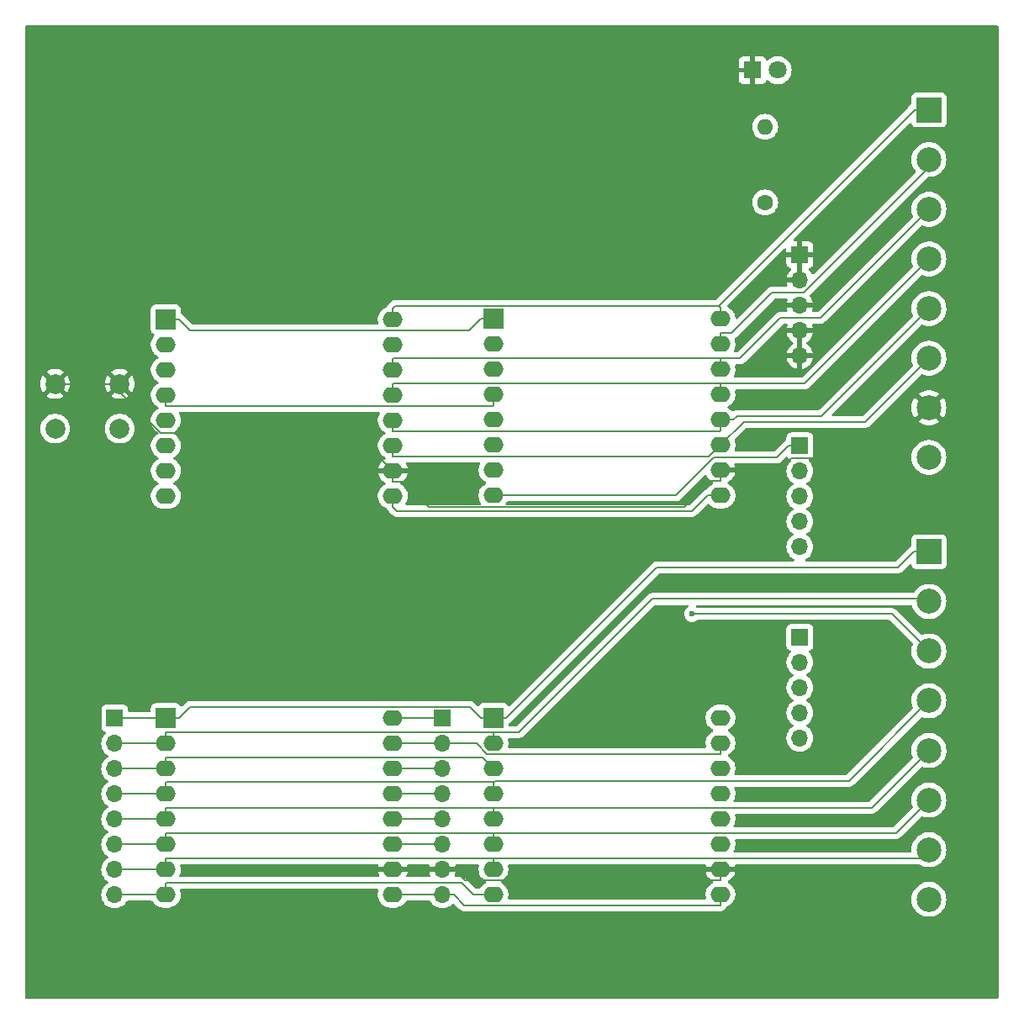
<source format=gbr>
%TF.GenerationSoftware,KiCad,Pcbnew,8.0.3*%
%TF.CreationDate,2024-06-27T17:09:37+08:00*%
%TF.ProjectId,Kicad8,4b696361-6438-42e6-9b69-6361645f7063,rev?*%
%TF.SameCoordinates,Original*%
%TF.FileFunction,Copper,L1,Top*%
%TF.FilePolarity,Positive*%
%FSLAX46Y46*%
G04 Gerber Fmt 4.6, Leading zero omitted, Abs format (unit mm)*
G04 Created by KiCad (PCBNEW 8.0.3) date 2024-06-27 17:09:37*
%MOMM*%
%LPD*%
G01*
G04 APERTURE LIST*
%TA.AperFunction,ComponentPad*%
%ADD10O,2.000000X1.600000*%
%TD*%
%TA.AperFunction,ComponentPad*%
%ADD11R,2.000000X2.000000*%
%TD*%
%TA.AperFunction,ComponentPad*%
%ADD12C,2.000000*%
%TD*%
%TA.AperFunction,ComponentPad*%
%ADD13C,1.600000*%
%TD*%
%TA.AperFunction,ComponentPad*%
%ADD14O,1.600000X1.600000*%
%TD*%
%TA.AperFunction,ComponentPad*%
%ADD15C,2.500000*%
%TD*%
%TA.AperFunction,ComponentPad*%
%ADD16R,2.500000X2.500000*%
%TD*%
%TA.AperFunction,ComponentPad*%
%ADD17O,1.700000X1.700000*%
%TD*%
%TA.AperFunction,ComponentPad*%
%ADD18R,1.700000X1.700000*%
%TD*%
%TA.AperFunction,ComponentPad*%
%ADD19R,1.800000X1.800000*%
%TD*%
%TA.AperFunction,ComponentPad*%
%ADD20C,1.800000*%
%TD*%
%TA.AperFunction,ViaPad*%
%ADD21C,0.600000*%
%TD*%
%TA.AperFunction,Conductor*%
%ADD22C,0.200000*%
%TD*%
G04 APERTURE END LIST*
D10*
%TO.P,U4,16,TX*%
%TO.N,Net-(J1-Pin_1)*%
X173000000Y-92550000D03*
%TO.P,U4,15,RX*%
%TO.N,Net-(J1-Pin_2)*%
X173000000Y-95090000D03*
%TO.P,U4,14,SCL/D1*%
%TO.N,Net-(J1-Pin_3)*%
X173000000Y-97630000D03*
%TO.P,U4,13,SDA/D2*%
%TO.N,Net-(J1-Pin_4)*%
X173000000Y-100170000D03*
%TO.P,U4,12,D3*%
%TO.N,Net-(J1-Pin_5)*%
X173000000Y-102710000D03*
%TO.P,U4,11,D4*%
%TO.N,Net-(J1-Pin_6)*%
X173000000Y-105250000D03*
%TO.P,U4,10,GND*%
%TO.N,GND*%
X173000000Y-107790000D03*
%TO.P,U4,9,5V*%
%TO.N,Net-(J1-Pin_8)*%
X173000000Y-110330000D03*
%TO.P,U4,8,3V3*%
%TO.N,Net-(J2-Pin_8)*%
X150140000Y-110330000D03*
%TO.P,U4,7,CS/D8*%
%TO.N,Net-(J2-Pin_7)*%
X150140000Y-107790000D03*
%TO.P,U4,6,MOSI/D7*%
%TO.N,Net-(J2-Pin_6)*%
X150140000Y-105250000D03*
%TO.P,U4,5,MISO/D6*%
%TO.N,Net-(J2-Pin_5)*%
X150140000Y-102710000D03*
%TO.P,U4,4,SCK/D5*%
%TO.N,Net-(J2-Pin_4)*%
X150140000Y-100170000D03*
%TO.P,U4,3,D0*%
%TO.N,Net-(J2-Pin_3)*%
X150140000Y-97630000D03*
%TO.P,U4,2,A0*%
%TO.N,Net-(J2-Pin_2)*%
X150140000Y-95090000D03*
D11*
%TO.P,U4,1,~{RST}*%
%TO.N,Net-(J2-Pin_1)*%
X150140000Y-92550000D03*
%TD*%
%TO.P,U3,1,~{RST}*%
%TO.N,Net-(J2-Pin_1)*%
X117140000Y-92590000D03*
D10*
%TO.P,U3,2,A0*%
%TO.N,Net-(J2-Pin_2)*%
X117140000Y-95130000D03*
%TO.P,U3,3,D0*%
%TO.N,Net-(J2-Pin_3)*%
X117140000Y-97670000D03*
%TO.P,U3,4,SCK/D5*%
%TO.N,Net-(J2-Pin_4)*%
X117140000Y-100210000D03*
%TO.P,U3,5,MISO/D6*%
%TO.N,Net-(J2-Pin_5)*%
X117140000Y-102750000D03*
%TO.P,U3,6,MOSI/D7*%
%TO.N,Net-(J2-Pin_6)*%
X117140000Y-105290000D03*
%TO.P,U3,7,CS/D8*%
%TO.N,Net-(J2-Pin_7)*%
X117140000Y-107830000D03*
%TO.P,U3,8,3V3*%
%TO.N,Net-(J2-Pin_8)*%
X117140000Y-110370000D03*
%TO.P,U3,9,5V*%
%TO.N,Net-(J1-Pin_8)*%
X140000000Y-110370000D03*
%TO.P,U3,10,GND*%
%TO.N,GND*%
X140000000Y-107830000D03*
%TO.P,U3,11,D4*%
%TO.N,Net-(J1-Pin_6)*%
X140000000Y-105290000D03*
%TO.P,U3,12,D3*%
%TO.N,Net-(J1-Pin_5)*%
X140000000Y-102750000D03*
%TO.P,U3,13,SDA/D2*%
%TO.N,Net-(J1-Pin_4)*%
X140000000Y-100210000D03*
%TO.P,U3,14,SCL/D1*%
%TO.N,Net-(J1-Pin_3)*%
X140000000Y-97670000D03*
%TO.P,U3,15,RX*%
%TO.N,Net-(J1-Pin_2)*%
X140000000Y-95130000D03*
%TO.P,U3,16,TX*%
%TO.N,Net-(J1-Pin_1)*%
X140000000Y-92590000D03*
%TD*%
D11*
%TO.P,U2,1,~{RST}*%
%TO.N,Net-(J2-Pin_1)*%
X150140000Y-132710000D03*
D10*
%TO.P,U2,2,A0*%
%TO.N,Net-(J2-Pin_2)*%
X150140000Y-135250000D03*
%TO.P,U2,3,D0*%
%TO.N,Net-(J2-Pin_3)*%
X150140000Y-137790000D03*
%TO.P,U2,4,SCK/D5*%
%TO.N,Net-(J2-Pin_4)*%
X150140000Y-140330000D03*
%TO.P,U2,5,MISO/D6*%
%TO.N,Net-(J2-Pin_5)*%
X150140000Y-142870000D03*
%TO.P,U2,6,MOSI/D7*%
%TO.N,Net-(J2-Pin_6)*%
X150140000Y-145410000D03*
%TO.P,U2,7,CS/D8*%
%TO.N,Net-(J2-Pin_7)*%
X150140000Y-147950000D03*
%TO.P,U2,8,3V3*%
%TO.N,Net-(J2-Pin_8)*%
X150140000Y-150490000D03*
%TO.P,U2,9,5V*%
%TO.N,Net-(J1-Pin_8)*%
X173000000Y-150490000D03*
%TO.P,U2,10,GND*%
%TO.N,GND*%
X173000000Y-147950000D03*
%TO.P,U2,11,D4*%
%TO.N,Net-(J1-Pin_6)*%
X173000000Y-145410000D03*
%TO.P,U2,12,D3*%
%TO.N,Net-(J1-Pin_5)*%
X173000000Y-142870000D03*
%TO.P,U2,13,SDA/D2*%
%TO.N,Net-(J1-Pin_4)*%
X173000000Y-140330000D03*
%TO.P,U2,14,SCL/D1*%
%TO.N,Net-(J1-Pin_3)*%
X173000000Y-137790000D03*
%TO.P,U2,15,RX*%
%TO.N,Net-(J1-Pin_2)*%
X173000000Y-135250000D03*
%TO.P,U2,16,TX*%
%TO.N,Net-(J1-Pin_1)*%
X173000000Y-132710000D03*
%TD*%
%TO.P,U1,16,TX*%
%TO.N,Net-(J1-Pin_1)*%
X140000000Y-132750000D03*
%TO.P,U1,15,RX*%
%TO.N,Net-(J1-Pin_2)*%
X140000000Y-135290000D03*
%TO.P,U1,14,SCL/D1*%
%TO.N,Net-(J1-Pin_3)*%
X140000000Y-137830000D03*
%TO.P,U1,13,SDA/D2*%
%TO.N,Net-(J1-Pin_4)*%
X140000000Y-140370000D03*
%TO.P,U1,12,D3*%
%TO.N,Net-(J1-Pin_5)*%
X140000000Y-142910000D03*
%TO.P,U1,11,D4*%
%TO.N,Net-(J1-Pin_6)*%
X140000000Y-145450000D03*
%TO.P,U1,10,GND*%
%TO.N,GND*%
X140000000Y-147990000D03*
%TO.P,U1,9,5V*%
%TO.N,Net-(J1-Pin_8)*%
X140000000Y-150530000D03*
%TO.P,U1,8,3V3*%
%TO.N,Net-(J2-Pin_8)*%
X117140000Y-150530000D03*
%TO.P,U1,7,CS/D8*%
%TO.N,Net-(J2-Pin_7)*%
X117140000Y-147990000D03*
%TO.P,U1,6,MOSI/D7*%
%TO.N,Net-(J2-Pin_6)*%
X117140000Y-145450000D03*
%TO.P,U1,5,MISO/D6*%
%TO.N,Net-(J2-Pin_5)*%
X117140000Y-142910000D03*
%TO.P,U1,4,SCK/D5*%
%TO.N,Net-(J2-Pin_4)*%
X117140000Y-140370000D03*
%TO.P,U1,3,D0*%
%TO.N,Net-(J2-Pin_3)*%
X117140000Y-137830000D03*
%TO.P,U1,2,A0*%
%TO.N,Net-(J2-Pin_2)*%
X117140000Y-135290000D03*
D11*
%TO.P,U1,1,~{RST}*%
%TO.N,Net-(J2-Pin_1)*%
X117140000Y-132750000D03*
%TD*%
D12*
%TO.P,SW1,2,2*%
%TO.N,Net-(J2-Pin_1)*%
X112500000Y-103590000D03*
X106000000Y-103590000D03*
%TO.P,SW1,1,1*%
%TO.N,GND*%
X112500000Y-99090000D03*
X106000000Y-99090000D03*
%TD*%
D13*
%TO.P,R1,1*%
%TO.N,Net-(D1-A)*%
X177500000Y-80810000D03*
D14*
%TO.P,R1,2*%
%TO.N,Net-(J1-Pin_8)*%
X177500000Y-73190000D03*
%TD*%
D15*
%TO.P,J7,8,Pin_8*%
%TO.N,Net-(J1-Pin_8)*%
X194000000Y-106500000D03*
%TO.P,J7,7,Pin_7*%
%TO.N,GND*%
X194000000Y-101500000D03*
%TO.P,J7,6,Pin_6*%
%TO.N,Net-(J1-Pin_6)*%
X194000000Y-96500000D03*
%TO.P,J7,5,Pin_5*%
%TO.N,Net-(J1-Pin_5)*%
X194000000Y-91500000D03*
%TO.P,J7,4,Pin_4*%
%TO.N,Net-(J1-Pin_4)*%
X194000000Y-86500000D03*
%TO.P,J7,3,Pin_3*%
%TO.N,Net-(J1-Pin_3)*%
X194000000Y-81500000D03*
%TO.P,J7,2,Pin_2*%
%TO.N,Net-(J1-Pin_2)*%
X194000000Y-76500000D03*
D16*
%TO.P,J7,1,Pin_1*%
%TO.N,Net-(J1-Pin_1)*%
X194000000Y-71500000D03*
%TD*%
D15*
%TO.P,J6,8,Pin_8*%
%TO.N,Net-(J2-Pin_8)*%
X194000000Y-151000000D03*
%TO.P,J6,7,Pin_7*%
%TO.N,Net-(J2-Pin_7)*%
X194000000Y-146000000D03*
%TO.P,J6,6,Pin_6*%
%TO.N,Net-(J2-Pin_6)*%
X194000000Y-141000000D03*
%TO.P,J6,5,Pin_5*%
%TO.N,Net-(J2-Pin_5)*%
X194000000Y-136000000D03*
%TO.P,J6,4,Pin_4*%
%TO.N,Net-(J2-Pin_4)*%
X194000000Y-131000000D03*
%TO.P,J6,3,Pin_3*%
%TO.N,Net-(J2-Pin_3)*%
X194000000Y-126000000D03*
%TO.P,J6,2,Pin_2*%
%TO.N,Net-(J2-Pin_2)*%
X194000000Y-121000000D03*
D16*
%TO.P,J6,1,Pin_1*%
%TO.N,Net-(J2-Pin_1)*%
X194000000Y-116000000D03*
%TD*%
D17*
%TO.P,J5,5,Pin_5*%
%TO.N,Net-(J1-Pin_8)*%
X181000000Y-134750000D03*
%TO.P,J5,4,Pin_4*%
X181000000Y-132210000D03*
%TO.P,J5,3,Pin_3*%
X181000000Y-129670000D03*
%TO.P,J5,2,Pin_2*%
X181000000Y-127130000D03*
D18*
%TO.P,J5,1,Pin_1*%
X181000000Y-124590000D03*
%TD*%
%TO.P,J4,1,Pin_1*%
%TO.N,Net-(J2-Pin_8)*%
X181000000Y-105340000D03*
D17*
%TO.P,J4,2,Pin_2*%
X181000000Y-107880000D03*
%TO.P,J4,3,Pin_3*%
X181000000Y-110420000D03*
%TO.P,J4,4,Pin_4*%
X181000000Y-112960000D03*
%TO.P,J4,5,Pin_5*%
X181000000Y-115500000D03*
%TD*%
%TO.P,J3,5,Pin_5*%
%TO.N,GND*%
X181000000Y-96250000D03*
%TO.P,J3,4,Pin_4*%
X181000000Y-93710000D03*
%TO.P,J3,3,Pin_3*%
X181000000Y-91170000D03*
%TO.P,J3,2,Pin_2*%
X181000000Y-88630000D03*
D18*
%TO.P,J3,1,Pin_1*%
X181000000Y-86090000D03*
%TD*%
%TO.P,J2,1,Pin_1*%
%TO.N,Net-(J2-Pin_1)*%
X112000000Y-132765000D03*
D17*
%TO.P,J2,2,Pin_2*%
%TO.N,Net-(J2-Pin_2)*%
X112000000Y-135305000D03*
%TO.P,J2,3,Pin_3*%
%TO.N,Net-(J2-Pin_3)*%
X112000000Y-137845000D03*
%TO.P,J2,4,Pin_4*%
%TO.N,Net-(J2-Pin_4)*%
X112000000Y-140385000D03*
%TO.P,J2,5,Pin_5*%
%TO.N,Net-(J2-Pin_5)*%
X112000000Y-142925000D03*
%TO.P,J2,6,Pin_6*%
%TO.N,Net-(J2-Pin_6)*%
X112000000Y-145465000D03*
%TO.P,J2,7,Pin_7*%
%TO.N,Net-(J2-Pin_7)*%
X112000000Y-148005000D03*
%TO.P,J2,8,Pin_8*%
%TO.N,Net-(J2-Pin_8)*%
X112000000Y-150545000D03*
%TD*%
D18*
%TO.P,J1,1,Pin_1*%
%TO.N,Net-(J1-Pin_1)*%
X145000000Y-132765000D03*
D17*
%TO.P,J1,2,Pin_2*%
%TO.N,Net-(J1-Pin_2)*%
X145000000Y-135305000D03*
%TO.P,J1,3,Pin_3*%
%TO.N,Net-(J1-Pin_3)*%
X145000000Y-137845000D03*
%TO.P,J1,4,Pin_4*%
%TO.N,Net-(J1-Pin_4)*%
X145000000Y-140385000D03*
%TO.P,J1,5,Pin_5*%
%TO.N,Net-(J1-Pin_5)*%
X145000000Y-142925000D03*
%TO.P,J1,6,Pin_6*%
%TO.N,Net-(J1-Pin_6)*%
X145000000Y-145465000D03*
%TO.P,J1,7,Pin_7*%
%TO.N,GND*%
X145000000Y-148005000D03*
%TO.P,J1,8,Pin_8*%
%TO.N,Net-(J1-Pin_8)*%
X145000000Y-150545000D03*
%TD*%
D19*
%TO.P,D1,1,K*%
%TO.N,GND*%
X176225000Y-67500000D03*
D20*
%TO.P,D1,2,A*%
%TO.N,Net-(D1-A)*%
X178765000Y-67500000D03*
%TD*%
D21*
%TO.N,Net-(J2-Pin_3)*%
X170142900Y-122262200D03*
%TD*%
D22*
%TO.N,Net-(J2-Pin_1)*%
X166600000Y-117551700D02*
X151441700Y-132710000D01*
X190896600Y-117551700D02*
X166600000Y-117551700D01*
X192448300Y-116000000D02*
X190896600Y-117551700D01*
X194000000Y-116000000D02*
X192448300Y-116000000D01*
X150140000Y-132710000D02*
X151441700Y-132710000D01*
X147741600Y-131613300D02*
X148838300Y-132710000D01*
X119578400Y-131613300D02*
X147741600Y-131613300D01*
X118441700Y-132750000D02*
X119578400Y-131613300D01*
X117140000Y-132750000D02*
X118441700Y-132750000D01*
X150140000Y-132710000D02*
X148838300Y-132710000D01*
X115823300Y-132765000D02*
X115838300Y-132750000D01*
X112000000Y-132765000D02*
X115823300Y-132765000D01*
X117140000Y-132750000D02*
X115838300Y-132750000D01*
X147687100Y-93701200D02*
X148838300Y-92550000D01*
X119552900Y-93701200D02*
X147687100Y-93701200D01*
X118441700Y-92590000D02*
X119552900Y-93701200D01*
X117140000Y-92590000D02*
X118441700Y-92590000D01*
X150140000Y-92550000D02*
X148838300Y-92550000D01*
%TO.N,Net-(J2-Pin_7)*%
X117140000Y-147990000D02*
X117140000Y-146888300D01*
X117180000Y-146848300D02*
X150140000Y-146848300D01*
X117140000Y-146888300D02*
X117180000Y-146848300D01*
X193151700Y-146848300D02*
X194000000Y-146000000D01*
X150140000Y-146848300D02*
X193151700Y-146848300D01*
X150140000Y-147950000D02*
X150140000Y-146848300D01*
X115823300Y-148005000D02*
X115838300Y-147990000D01*
X112000000Y-148005000D02*
X115823300Y-148005000D01*
X117140000Y-147990000D02*
X115838300Y-147990000D01*
%TO.N,Net-(J2-Pin_6)*%
X117180000Y-144308300D02*
X150140000Y-144308300D01*
X117140000Y-144348300D02*
X117180000Y-144308300D01*
X117140000Y-145450000D02*
X117140000Y-144348300D01*
X150140000Y-145410000D02*
X150140000Y-144308300D01*
X190691700Y-144308300D02*
X150140000Y-144308300D01*
X194000000Y-141000000D02*
X190691700Y-144308300D01*
X115823300Y-145465000D02*
X115838300Y-145450000D01*
X112000000Y-145465000D02*
X115823300Y-145465000D01*
X117140000Y-145450000D02*
X115838300Y-145450000D01*
%TO.N,Net-(J2-Pin_4)*%
X115823300Y-140385000D02*
X115838300Y-140370000D01*
X112000000Y-140385000D02*
X115823300Y-140385000D01*
X117140000Y-140370000D02*
X115838300Y-140370000D01*
X150140000Y-140330000D02*
X150140000Y-139331600D01*
X117140000Y-140370000D02*
X117140000Y-139268300D01*
X150140000Y-139331600D02*
X150140000Y-139234800D01*
X117240900Y-139167400D02*
X117140000Y-139268300D01*
X150072600Y-139167400D02*
X117240900Y-139167400D01*
X150140000Y-139234800D02*
X150072600Y-139167400D01*
X185940000Y-139060000D02*
X194000000Y-131000000D01*
X150314800Y-139060000D02*
X185940000Y-139060000D01*
X150140000Y-139234800D02*
X150314800Y-139060000D01*
X150100000Y-101311700D02*
X150140000Y-101271700D01*
X117140000Y-101311700D02*
X150100000Y-101311700D01*
X117140000Y-100210000D02*
X117140000Y-101311700D01*
X150140000Y-100170000D02*
X150140000Y-101271700D01*
%TO.N,Net-(J2-Pin_2)*%
X150140000Y-135250000D02*
X150140000Y-134148300D01*
X117180000Y-134148300D02*
X117140000Y-134188300D01*
X150140000Y-134148300D02*
X117180000Y-134148300D01*
X117140000Y-135290000D02*
X117140000Y-134188300D01*
X115823300Y-135305000D02*
X115838300Y-135290000D01*
X112000000Y-135305000D02*
X115823300Y-135305000D01*
X117140000Y-135290000D02*
X115838300Y-135290000D01*
X152721000Y-134148300D02*
X150140000Y-134148300D01*
X166114800Y-120754500D02*
X152721000Y-134148300D01*
X193754500Y-120754500D02*
X166114800Y-120754500D01*
X194000000Y-121000000D02*
X193754500Y-120754500D01*
%TO.N,Net-(J2-Pin_3)*%
X117140000Y-137830000D02*
X117140000Y-136728300D01*
X149038300Y-136688300D02*
X150140000Y-137790000D01*
X117180000Y-136688300D02*
X149038300Y-136688300D01*
X117140000Y-136728300D02*
X117180000Y-136688300D01*
X115823300Y-137845000D02*
X115838300Y-137830000D01*
X112000000Y-137845000D02*
X115823300Y-137845000D01*
X117140000Y-137830000D02*
X115838300Y-137830000D01*
X190262200Y-122262200D02*
X170142900Y-122262200D01*
X194000000Y-126000000D02*
X190262200Y-122262200D01*
%TO.N,Net-(J2-Pin_8)*%
X115823300Y-150545000D02*
X115838300Y-150530000D01*
X112000000Y-150545000D02*
X115823300Y-150545000D01*
X117140000Y-150530000D02*
X115838300Y-150530000D01*
X117140000Y-150530000D02*
X117140000Y-149428300D01*
X148070800Y-150490000D02*
X150140000Y-150490000D01*
X146932400Y-149351600D02*
X148070800Y-150490000D01*
X117216700Y-149351600D02*
X146932400Y-149351600D01*
X117140000Y-149428300D02*
X117216700Y-149351600D01*
X181000000Y-105340000D02*
X179848300Y-105340000D01*
X168520500Y-110330000D02*
X150140000Y-110330000D01*
X172358800Y-106491700D02*
X168520500Y-110330000D01*
X178696600Y-106491700D02*
X172358800Y-106491700D01*
X179848300Y-105340000D02*
X178696600Y-106491700D01*
%TO.N,Net-(J2-Pin_5)*%
X188231700Y-141768300D02*
X150140000Y-141768300D01*
X194000000Y-136000000D02*
X188231700Y-141768300D01*
X117178500Y-141769800D02*
X150140000Y-141769800D01*
X117140000Y-141808300D02*
X117178500Y-141769800D01*
X150140000Y-142870000D02*
X150140000Y-141769800D01*
X150140000Y-141769800D02*
X150140000Y-141768300D01*
X117140000Y-142910000D02*
X117140000Y-141808300D01*
X115823300Y-142925000D02*
X115838300Y-142910000D01*
X112000000Y-142925000D02*
X115823300Y-142925000D01*
X117140000Y-142910000D02*
X115838300Y-142910000D01*
%TO.N,Net-(J1-Pin_6)*%
X140000000Y-145450000D02*
X141301700Y-145450000D01*
X140000000Y-105290000D02*
X140000000Y-106391700D01*
X141316700Y-145465000D02*
X145000000Y-145465000D01*
X141301700Y-145450000D02*
X141316700Y-145465000D01*
X171858300Y-106391700D02*
X173000000Y-105250000D01*
X140000000Y-106391700D02*
X171858300Y-106391700D01*
X187590100Y-102909900D02*
X194000000Y-96500000D01*
X175340100Y-102909900D02*
X187590100Y-102909900D01*
X173000000Y-105250000D02*
X175340100Y-102909900D01*
%TO.N,Net-(J1-Pin_1)*%
X141316700Y-132765000D02*
X141301700Y-132750000D01*
X145000000Y-132765000D02*
X141316700Y-132765000D01*
X140000000Y-132750000D02*
X141301700Y-132750000D01*
X140000000Y-92590000D02*
X140000000Y-91488300D01*
X173000000Y-92550000D02*
X173000000Y-91448300D01*
X192448300Y-71600000D02*
X172800000Y-91248300D01*
X192448300Y-71500000D02*
X192448300Y-71600000D01*
X140240000Y-91248300D02*
X172800000Y-91248300D01*
X140000000Y-91488300D02*
X140240000Y-91248300D01*
X172800000Y-91248300D02*
X173000000Y-91448300D01*
X194000000Y-71500000D02*
X192448300Y-71500000D01*
%TO.N,Net-(J1-Pin_8)*%
X140000000Y-150530000D02*
X141301700Y-150530000D01*
X141316700Y-150545000D02*
X145000000Y-150545000D01*
X141301700Y-150530000D02*
X141316700Y-150545000D01*
X147198400Y-151591700D02*
X173000000Y-151591700D01*
X146151700Y-150545000D02*
X147198400Y-151591700D01*
X145000000Y-150545000D02*
X146151700Y-150545000D01*
X173000000Y-150490000D02*
X173000000Y-151591700D01*
X173000000Y-110330000D02*
X171698300Y-110330000D01*
X140000000Y-110370000D02*
X140000000Y-111471700D01*
X170137000Y-111891300D02*
X171698300Y-110330000D01*
X140419600Y-111891300D02*
X170137000Y-111891300D01*
X140000000Y-111471700D02*
X140419600Y-111891300D01*
%TO.N,Net-(J1-Pin_3)*%
X140040000Y-96528300D02*
X173000000Y-96528300D01*
X140000000Y-96568300D02*
X140040000Y-96528300D01*
X140000000Y-97670000D02*
X140000000Y-96568300D01*
X173000000Y-97630000D02*
X173000000Y-96528300D01*
X174954100Y-96528300D02*
X173000000Y-96528300D01*
X179042400Y-92440000D02*
X174954100Y-96528300D01*
X183060000Y-92440000D02*
X179042400Y-92440000D01*
X194000000Y-81500000D02*
X183060000Y-92440000D01*
X141316700Y-137845000D02*
X141301700Y-137830000D01*
X145000000Y-137845000D02*
X141316700Y-137845000D01*
X140000000Y-137830000D02*
X141301700Y-137830000D01*
%TO.N,Net-(J1-Pin_2)*%
X140000000Y-135290000D02*
X141301700Y-135290000D01*
X194000000Y-77283800D02*
X194000000Y-76500000D01*
X181383800Y-89900000D02*
X194000000Y-77283800D01*
X178190000Y-89900000D02*
X181383800Y-89900000D01*
X174101700Y-93988300D02*
X178190000Y-89900000D01*
X173000000Y-93988300D02*
X174101700Y-93988300D01*
X173000000Y-95090000D02*
X173000000Y-93988300D01*
X141316700Y-135305000D02*
X145000000Y-135305000D01*
X141301700Y-135290000D02*
X141316700Y-135305000D01*
X149483600Y-136351700D02*
X173000000Y-136351700D01*
X148436900Y-135305000D02*
X149483600Y-136351700D01*
X145000000Y-135305000D02*
X148436900Y-135305000D01*
X173000000Y-135250000D02*
X173000000Y-136351700D01*
%TO.N,Net-(J1-Pin_5)*%
X172960000Y-103851700D02*
X173000000Y-103811700D01*
X140000000Y-103851700D02*
X172960000Y-103851700D01*
X140000000Y-102750000D02*
X140000000Y-103851700D01*
X174703400Y-102308300D02*
X174301700Y-102710000D01*
X183191700Y-102308300D02*
X174703400Y-102308300D01*
X194000000Y-91500000D02*
X183191700Y-102308300D01*
X173000000Y-102710000D02*
X174301700Y-102710000D01*
X173000000Y-102710000D02*
X173000000Y-103811700D01*
X141316700Y-142925000D02*
X141301700Y-142910000D01*
X145000000Y-142925000D02*
X141316700Y-142925000D01*
X140000000Y-142910000D02*
X141301700Y-142910000D01*
%TO.N,Net-(J1-Pin_4)*%
X141316700Y-140385000D02*
X141301700Y-140370000D01*
X145000000Y-140385000D02*
X141316700Y-140385000D01*
X140000000Y-140370000D02*
X141301700Y-140370000D01*
X140040000Y-99068300D02*
X173000000Y-99068300D01*
X140000000Y-99108300D02*
X140040000Y-99068300D01*
X140000000Y-100210000D02*
X140000000Y-99108300D01*
X173000000Y-100170000D02*
X173000000Y-99068300D01*
X181431700Y-99068300D02*
X173000000Y-99068300D01*
X194000000Y-86500000D02*
X181431700Y-99068300D01*
%TO.N,GND*%
X141316700Y-148005000D02*
X141301700Y-147990000D01*
X145000000Y-148005000D02*
X141316700Y-148005000D01*
X140000000Y-147990000D02*
X141301700Y-147990000D01*
X106000000Y-99090000D02*
X112500000Y-99090000D01*
X173000000Y-147950000D02*
X173000000Y-149051700D01*
X145000000Y-148005000D02*
X146151700Y-148005000D01*
X146179400Y-148005000D02*
X146151700Y-148005000D01*
X147226100Y-149051700D02*
X146179400Y-148005000D01*
X173000000Y-149051700D02*
X147226100Y-149051700D01*
X112500000Y-99924500D02*
X112500000Y-99090000D01*
X116595500Y-104020000D02*
X112500000Y-99924500D01*
X136190000Y-104020000D02*
X116595500Y-104020000D01*
X140000000Y-107830000D02*
X136190000Y-104020000D01*
X178951700Y-107790000D02*
X173000000Y-107790000D01*
X180131800Y-106609900D02*
X178951700Y-107790000D01*
X188890100Y-106609900D02*
X180131800Y-106609900D01*
X194000000Y-101500000D02*
X188890100Y-106609900D01*
X141101700Y-108931700D02*
X140000000Y-108931700D01*
X143629900Y-111459900D02*
X141101700Y-108931700D01*
X169330100Y-111459900D02*
X143629900Y-111459900D01*
X171898300Y-108891700D02*
X169330100Y-111459900D01*
X173000000Y-108891700D02*
X171898300Y-108891700D01*
X173000000Y-107790000D02*
X173000000Y-108891700D01*
X140000000Y-107830000D02*
X140000000Y-108931700D01*
%TD*%
%TA.AperFunction,Conductor*%
%TO.N,GND*%
G36*
X171492317Y-147468485D02*
G01*
X171538072Y-147521289D01*
X171548016Y-147590447D01*
X171543209Y-147611119D01*
X171532008Y-147645588D01*
X171523391Y-147700000D01*
X172566988Y-147700000D01*
X172534075Y-147757007D01*
X172500000Y-147884174D01*
X172500000Y-148015826D01*
X172534075Y-148142993D01*
X172566988Y-148200000D01*
X171523391Y-148200000D01*
X171532009Y-148254413D01*
X171595244Y-148449029D01*
X171688140Y-148631349D01*
X171808417Y-148796894D01*
X171808417Y-148796895D01*
X171953104Y-148941582D01*
X172118652Y-149061861D01*
X172211628Y-149109234D01*
X172262425Y-149157208D01*
X172279220Y-149225029D01*
X172256683Y-149291164D01*
X172211630Y-149330203D01*
X172118388Y-149377713D01*
X171952786Y-149498028D01*
X171808028Y-149642786D01*
X171687715Y-149808386D01*
X171594781Y-149990776D01*
X171531522Y-150185465D01*
X171499500Y-150387648D01*
X171499500Y-150592351D01*
X171531522Y-150794534D01*
X171542683Y-150828881D01*
X171544678Y-150898722D01*
X171508598Y-150958555D01*
X171445898Y-150989384D01*
X171424752Y-150991200D01*
X151715248Y-150991200D01*
X151648209Y-150971515D01*
X151602454Y-150918711D01*
X151592510Y-150849553D01*
X151597317Y-150828881D01*
X151608477Y-150794534D01*
X151617373Y-150738370D01*
X151640500Y-150592352D01*
X151640500Y-150387648D01*
X151616854Y-150238356D01*
X151608477Y-150185465D01*
X151551836Y-150011143D01*
X151545220Y-149990781D01*
X151545218Y-149990778D01*
X151545218Y-149990776D01*
X151510523Y-149922684D01*
X151452287Y-149808390D01*
X151444556Y-149797749D01*
X151331971Y-149642786D01*
X151187213Y-149498028D01*
X151021614Y-149377715D01*
X150998498Y-149365937D01*
X150928917Y-149330483D01*
X150878123Y-149282511D01*
X150861328Y-149214690D01*
X150883865Y-149148555D01*
X150928917Y-149109516D01*
X151021610Y-149062287D01*
X151047478Y-149043493D01*
X151187213Y-148941971D01*
X151187215Y-148941968D01*
X151187219Y-148941966D01*
X151331966Y-148797219D01*
X151331968Y-148797215D01*
X151331971Y-148797213D01*
X151415073Y-148682831D01*
X151452287Y-148631610D01*
X151545220Y-148449219D01*
X151608477Y-148254534D01*
X151640500Y-148052352D01*
X151640500Y-147847648D01*
X151623450Y-147740000D01*
X151608477Y-147645465D01*
X151597317Y-147611119D01*
X151595322Y-147541278D01*
X151631402Y-147481445D01*
X151694102Y-147450616D01*
X151715248Y-147448800D01*
X171425278Y-147448800D01*
X171492317Y-147468485D01*
G37*
%TD.AperFunction*%
%TA.AperFunction,Conductor*%
G36*
X148631791Y-147468485D02*
G01*
X148677546Y-147521289D01*
X148687490Y-147590447D01*
X148682683Y-147611119D01*
X148671522Y-147645465D01*
X148639500Y-147847648D01*
X148639500Y-148052351D01*
X148671522Y-148254534D01*
X148734781Y-148449223D01*
X148796731Y-148570805D01*
X148824439Y-148625185D01*
X148827715Y-148631613D01*
X148948028Y-148797213D01*
X149092786Y-148941971D01*
X149232522Y-149043493D01*
X149258390Y-149062287D01*
X149349840Y-149108883D01*
X149351080Y-149109515D01*
X149401876Y-149157490D01*
X149418671Y-149225311D01*
X149396134Y-149291446D01*
X149351080Y-149330485D01*
X149258386Y-149377715D01*
X149092786Y-149498028D01*
X148948028Y-149642786D01*
X148827715Y-149808385D01*
X148820883Y-149821795D01*
X148772909Y-149872591D01*
X148710398Y-149889500D01*
X148370898Y-149889500D01*
X148303859Y-149869815D01*
X148283217Y-149853181D01*
X147419990Y-148989955D01*
X147419988Y-148989952D01*
X147301117Y-148871081D01*
X147301116Y-148871080D01*
X147214304Y-148820960D01*
X147214304Y-148820959D01*
X147214300Y-148820958D01*
X147164185Y-148792023D01*
X147011457Y-148751099D01*
X146853343Y-148751099D01*
X146845747Y-148751099D01*
X146845731Y-148751100D01*
X146336289Y-148751100D01*
X146269250Y-148731415D01*
X146223495Y-148678611D01*
X146213551Y-148609453D01*
X146223907Y-148574695D01*
X146273429Y-148468492D01*
X146273432Y-148468486D01*
X146330636Y-148255000D01*
X145433012Y-148255000D01*
X145465925Y-148197993D01*
X145500000Y-148070826D01*
X145500000Y-147939174D01*
X145465925Y-147812007D01*
X145433012Y-147755000D01*
X146330636Y-147755000D01*
X146330635Y-147754999D01*
X146290415Y-147604894D01*
X146292078Y-147535044D01*
X146331240Y-147477181D01*
X146395469Y-147449677D01*
X146410190Y-147448800D01*
X148564752Y-147448800D01*
X148631791Y-147468485D01*
G37*
%TD.AperFunction*%
%TA.AperFunction,Conductor*%
G36*
X138505314Y-147468485D02*
G01*
X138551069Y-147521289D01*
X138561013Y-147590447D01*
X138556206Y-147611119D01*
X138532009Y-147685588D01*
X138523391Y-147740000D01*
X139566988Y-147740000D01*
X139534075Y-147797007D01*
X139500000Y-147924174D01*
X139500000Y-148055826D01*
X139534075Y-148182993D01*
X139566988Y-148240000D01*
X138523391Y-148240000D01*
X138532009Y-148294413D01*
X138595244Y-148489029D01*
X138636911Y-148570805D01*
X138649807Y-148639474D01*
X138623531Y-148704215D01*
X138566424Y-148744472D01*
X138526426Y-148751100D01*
X118614135Y-148751100D01*
X118547096Y-148731415D01*
X118501341Y-148678611D01*
X118491397Y-148609453D01*
X118503650Y-148570805D01*
X118545218Y-148489223D01*
X118545218Y-148489222D01*
X118545220Y-148489219D01*
X118608477Y-148294534D01*
X118640500Y-148092352D01*
X118640500Y-147887648D01*
X118634165Y-147847648D01*
X118608477Y-147685465D01*
X118591775Y-147634063D01*
X118584319Y-147611118D01*
X118582325Y-147541278D01*
X118618405Y-147481445D01*
X118681106Y-147450616D01*
X118702251Y-147448800D01*
X138438275Y-147448800D01*
X138505314Y-147468485D01*
G37*
%TD.AperFunction*%
%TA.AperFunction,Conductor*%
G36*
X143656849Y-147468485D02*
G01*
X143702604Y-147521289D01*
X143712548Y-147590447D01*
X143709585Y-147604894D01*
X143669364Y-147754999D01*
X143669364Y-147755000D01*
X144566988Y-147755000D01*
X144534075Y-147812007D01*
X144500000Y-147939174D01*
X144500000Y-148070826D01*
X144534075Y-148197993D01*
X144566988Y-148255000D01*
X143669364Y-148255000D01*
X143726567Y-148468486D01*
X143726570Y-148468492D01*
X143776093Y-148574695D01*
X143786585Y-148643773D01*
X143758065Y-148707557D01*
X143699589Y-148745796D01*
X143663711Y-148751100D01*
X141473574Y-148751100D01*
X141406535Y-148731415D01*
X141360780Y-148678611D01*
X141350836Y-148609453D01*
X141363089Y-148570805D01*
X141404755Y-148489029D01*
X141467990Y-148294413D01*
X141476609Y-148240000D01*
X140433012Y-148240000D01*
X140465925Y-148182993D01*
X140500000Y-148055826D01*
X140500000Y-147924174D01*
X140465925Y-147797007D01*
X140433012Y-147740000D01*
X141476609Y-147740000D01*
X141467990Y-147685588D01*
X141443794Y-147611119D01*
X141441799Y-147541278D01*
X141477879Y-147481445D01*
X141540580Y-147450616D01*
X141561725Y-147448800D01*
X143589810Y-147448800D01*
X143656849Y-147468485D01*
G37*
%TD.AperFunction*%
%TA.AperFunction,Conductor*%
G36*
X148751604Y-107011885D02*
G01*
X148797359Y-107064689D01*
X148807303Y-107133847D01*
X148795050Y-107172495D01*
X148734781Y-107290776D01*
X148671522Y-107485465D01*
X148639500Y-107687648D01*
X148639500Y-107892351D01*
X148671522Y-108094534D01*
X148734781Y-108289223D01*
X148827715Y-108471613D01*
X148948028Y-108637213D01*
X149092786Y-108781971D01*
X149247749Y-108894556D01*
X149258390Y-108902287D01*
X149349840Y-108948883D01*
X149351080Y-108949515D01*
X149401876Y-108997490D01*
X149418671Y-109065311D01*
X149396134Y-109131446D01*
X149351080Y-109170485D01*
X149258386Y-109217715D01*
X149092786Y-109338028D01*
X148948028Y-109482786D01*
X148827715Y-109648386D01*
X148734781Y-109830776D01*
X148671522Y-110025465D01*
X148639500Y-110227648D01*
X148639500Y-110432351D01*
X148671522Y-110634534D01*
X148734781Y-110829223D01*
X148827715Y-111011613D01*
X148887510Y-111093915D01*
X148910990Y-111159721D01*
X148895164Y-111227775D01*
X148845058Y-111276470D01*
X148787192Y-111290800D01*
X141381870Y-111290800D01*
X141314831Y-111271115D01*
X141269076Y-111218311D01*
X141259132Y-111149153D01*
X141281551Y-111093916D01*
X141300315Y-111068087D01*
X141312287Y-111051610D01*
X141405220Y-110869219D01*
X141468477Y-110674534D01*
X141500500Y-110472352D01*
X141500500Y-110267648D01*
X141468477Y-110065466D01*
X141405220Y-109870781D01*
X141405218Y-109870778D01*
X141405218Y-109870776D01*
X141354084Y-109770421D01*
X141312287Y-109688390D01*
X141283222Y-109648385D01*
X141191971Y-109522786D01*
X141047213Y-109378028D01*
X140881611Y-109257713D01*
X140788369Y-109210203D01*
X140737574Y-109162229D01*
X140720779Y-109094407D01*
X140743317Y-109028273D01*
X140788371Y-108989234D01*
X140881347Y-108941861D01*
X141046894Y-108821582D01*
X141046895Y-108821582D01*
X141191582Y-108676895D01*
X141191582Y-108676894D01*
X141311859Y-108511349D01*
X141404755Y-108329029D01*
X141467990Y-108134413D01*
X141476609Y-108080000D01*
X140433012Y-108080000D01*
X140465925Y-108022993D01*
X140500000Y-107895826D01*
X140500000Y-107764174D01*
X140465925Y-107637007D01*
X140433012Y-107580000D01*
X141476609Y-107580000D01*
X141467990Y-107525586D01*
X141404755Y-107330970D01*
X141324009Y-107172495D01*
X141311113Y-107103825D01*
X141337390Y-107039085D01*
X141394496Y-106998828D01*
X141434494Y-106992200D01*
X148684565Y-106992200D01*
X148751604Y-107011885D01*
G37*
%TD.AperFunction*%
%TA.AperFunction,Conductor*%
G36*
X171543286Y-108258960D02*
G01*
X171599219Y-108300832D01*
X171610437Y-108318847D01*
X171688140Y-108471349D01*
X171808417Y-108636894D01*
X171808417Y-108636895D01*
X171953104Y-108781582D01*
X172118652Y-108901861D01*
X172211628Y-108949234D01*
X172262425Y-108997208D01*
X172279220Y-109065029D01*
X172256683Y-109131164D01*
X172211630Y-109170203D01*
X172118388Y-109217713D01*
X171952786Y-109338028D01*
X171808028Y-109482786D01*
X171687712Y-109648389D01*
X171687710Y-109648392D01*
X171675739Y-109671887D01*
X171627764Y-109722682D01*
X171597351Y-109735364D01*
X171466520Y-109770421D01*
X171466509Y-109770426D01*
X171329590Y-109849475D01*
X171329582Y-109849481D01*
X169924584Y-111254481D01*
X169863261Y-111287966D01*
X169836903Y-111290800D01*
X151492808Y-111290800D01*
X151425769Y-111271115D01*
X151380014Y-111218311D01*
X151370070Y-111149153D01*
X151392490Y-111093915D01*
X151452284Y-111011614D01*
X151452285Y-111011613D01*
X151452287Y-111011610D01*
X151459117Y-110998204D01*
X151507091Y-110947409D01*
X151569602Y-110930500D01*
X168433831Y-110930500D01*
X168433847Y-110930501D01*
X168441443Y-110930501D01*
X168599554Y-110930501D01*
X168599557Y-110930501D01*
X168752285Y-110889577D01*
X168831375Y-110843914D01*
X168889216Y-110810520D01*
X169001020Y-110698716D01*
X169001020Y-110698714D01*
X169011224Y-110688511D01*
X169011227Y-110688506D01*
X171412276Y-108287457D01*
X171473594Y-108253976D01*
X171543286Y-108258960D01*
G37*
%TD.AperFunction*%
%TA.AperFunction,Conductor*%
G36*
X179695031Y-90520185D02*
G01*
X179740786Y-90572989D01*
X179750730Y-90642147D01*
X179740374Y-90676905D01*
X179726569Y-90706507D01*
X179726567Y-90706513D01*
X179669364Y-90919999D01*
X179669364Y-90920000D01*
X180566988Y-90920000D01*
X180534075Y-90977007D01*
X180500000Y-91104174D01*
X180500000Y-91235826D01*
X180534075Y-91362993D01*
X180566988Y-91420000D01*
X179669364Y-91420000D01*
X179726567Y-91633486D01*
X179726569Y-91633492D01*
X179740374Y-91663095D01*
X179750866Y-91732172D01*
X179722347Y-91795956D01*
X179663870Y-91834196D01*
X179627992Y-91839500D01*
X178963342Y-91839500D01*
X178810614Y-91880423D01*
X178786395Y-91894406D01*
X178762175Y-91908390D01*
X178762174Y-91908390D01*
X178673690Y-91959475D01*
X178673682Y-91959481D01*
X178615762Y-92017402D01*
X178561880Y-92071284D01*
X178561878Y-92071286D01*
X176639367Y-93993798D01*
X174741684Y-95891481D01*
X174680361Y-95924966D01*
X174654003Y-95927800D01*
X174435054Y-95927800D01*
X174368015Y-95908115D01*
X174322260Y-95855311D01*
X174312316Y-95786153D01*
X174324569Y-95747505D01*
X174405218Y-95589223D01*
X174405218Y-95589222D01*
X174405220Y-95589219D01*
X174468477Y-95394534D01*
X174500500Y-95192352D01*
X174500500Y-94987648D01*
X174485849Y-94895145D01*
X174468477Y-94785465D01*
X174453612Y-94739718D01*
X174413178Y-94615276D01*
X174411184Y-94545438D01*
X174447264Y-94485605D01*
X174469109Y-94469574D01*
X174470416Y-94468820D01*
X174582220Y-94357016D01*
X174582220Y-94357014D01*
X174592428Y-94346807D01*
X174592429Y-94346804D01*
X178402416Y-90536819D01*
X178463739Y-90503334D01*
X178490097Y-90500500D01*
X179627992Y-90500500D01*
X179695031Y-90520185D01*
G37*
%TD.AperFunction*%
%TA.AperFunction,Conductor*%
G36*
X181250000Y-95816988D02*
G01*
X181192993Y-95784075D01*
X181065826Y-95750000D01*
X180934174Y-95750000D01*
X180807007Y-95784075D01*
X180750000Y-95816988D01*
X180750000Y-94143012D01*
X180807007Y-94175925D01*
X180934174Y-94210000D01*
X181065826Y-94210000D01*
X181192993Y-94175925D01*
X181250000Y-94143012D01*
X181250000Y-95816988D01*
G37*
%TD.AperFunction*%
%TA.AperFunction,Conductor*%
G36*
X181193039Y-93060185D02*
G01*
X181238794Y-93112989D01*
X181250000Y-93164500D01*
X181250000Y-93276988D01*
X181192993Y-93244075D01*
X181065826Y-93210000D01*
X180934174Y-93210000D01*
X180807007Y-93244075D01*
X180750000Y-93276988D01*
X180750000Y-93164500D01*
X180769685Y-93097461D01*
X180822489Y-93051706D01*
X180874000Y-93040500D01*
X181126000Y-93040500D01*
X181193039Y-93060185D01*
G37*
%TD.AperFunction*%
%TA.AperFunction,Conductor*%
G36*
X179569334Y-85430714D02*
G01*
X179625267Y-85472586D01*
X179649684Y-85538050D01*
X179650000Y-85546896D01*
X179650000Y-85840000D01*
X180566988Y-85840000D01*
X180534075Y-85897007D01*
X180500000Y-86024174D01*
X180500000Y-86155826D01*
X180534075Y-86282993D01*
X180566988Y-86340000D01*
X179650000Y-86340000D01*
X179650000Y-86987844D01*
X179656401Y-87047372D01*
X179656403Y-87047379D01*
X179706645Y-87182086D01*
X179706649Y-87182093D01*
X179792809Y-87297187D01*
X179792812Y-87297190D01*
X179907906Y-87383350D01*
X179907913Y-87383354D01*
X180039986Y-87432614D01*
X180095920Y-87474485D01*
X180120337Y-87539949D01*
X180105486Y-87608222D01*
X180084335Y-87636477D01*
X179961886Y-87758926D01*
X179826400Y-87952420D01*
X179826399Y-87952422D01*
X179726570Y-88166507D01*
X179726567Y-88166513D01*
X179669364Y-88379999D01*
X179669364Y-88380000D01*
X180566988Y-88380000D01*
X180534075Y-88437007D01*
X180500000Y-88564174D01*
X180500000Y-88695826D01*
X180534075Y-88822993D01*
X180566988Y-88880000D01*
X179669364Y-88880000D01*
X179726567Y-89093486D01*
X179726569Y-89093492D01*
X179740374Y-89123095D01*
X179750866Y-89192172D01*
X179722347Y-89255956D01*
X179663870Y-89294196D01*
X179627992Y-89299500D01*
X178269057Y-89299500D01*
X178110942Y-89299500D01*
X177958215Y-89340423D01*
X177958214Y-89340423D01*
X177958212Y-89340424D01*
X177958209Y-89340425D01*
X177908096Y-89369359D01*
X177908095Y-89369360D01*
X177864689Y-89394420D01*
X177821285Y-89419479D01*
X177821282Y-89419481D01*
X177709478Y-89531286D01*
X174712044Y-92528719D01*
X174650721Y-92562204D01*
X174581029Y-92557220D01*
X174525096Y-92515348D01*
X174501376Y-92452441D01*
X174501262Y-92452460D01*
X174501174Y-92451907D01*
X174500746Y-92450771D01*
X174500500Y-92447651D01*
X174468477Y-92245465D01*
X174418215Y-92090776D01*
X174405220Y-92050781D01*
X174405218Y-92050778D01*
X174405218Y-92050776D01*
X174358697Y-91959475D01*
X174312287Y-91868390D01*
X174298054Y-91848800D01*
X174191971Y-91702786D01*
X174047213Y-91558028D01*
X173881614Y-91437715D01*
X173754260Y-91372825D01*
X173703464Y-91324850D01*
X173686669Y-91257029D01*
X173709206Y-91190894D01*
X173722868Y-91174665D01*
X179438319Y-85459215D01*
X179499642Y-85425730D01*
X179569334Y-85430714D01*
G37*
%TD.AperFunction*%
%TA.AperFunction,Conductor*%
G36*
X181250000Y-91715500D02*
G01*
X181230315Y-91782539D01*
X181177511Y-91828294D01*
X181126000Y-91839500D01*
X180874000Y-91839500D01*
X180806961Y-91819815D01*
X180761206Y-91767011D01*
X180750000Y-91715500D01*
X180750000Y-91603012D01*
X180807007Y-91635925D01*
X180934174Y-91670000D01*
X181065826Y-91670000D01*
X181192993Y-91635925D01*
X181250000Y-91603012D01*
X181250000Y-91715500D01*
G37*
%TD.AperFunction*%
%TA.AperFunction,Conductor*%
G36*
X181193039Y-90520185D02*
G01*
X181238794Y-90572989D01*
X181250000Y-90624500D01*
X181250000Y-90736988D01*
X181192993Y-90704075D01*
X181065826Y-90670000D01*
X180934174Y-90670000D01*
X180807007Y-90704075D01*
X180750000Y-90736988D01*
X180750000Y-90624500D01*
X180769685Y-90557461D01*
X180822489Y-90511706D01*
X180874000Y-90500500D01*
X181126000Y-90500500D01*
X181193039Y-90520185D01*
G37*
%TD.AperFunction*%
%TA.AperFunction,Conductor*%
G36*
X181250000Y-89133201D02*
G01*
X181230315Y-89200240D01*
X181213682Y-89220881D01*
X181171384Y-89263180D01*
X181110062Y-89296666D01*
X181083702Y-89299500D01*
X180874000Y-89299500D01*
X180806961Y-89279815D01*
X180761206Y-89227011D01*
X180750000Y-89175500D01*
X180750000Y-89063012D01*
X180807007Y-89095925D01*
X180934174Y-89130000D01*
X181065826Y-89130000D01*
X181192993Y-89095925D01*
X181250000Y-89063012D01*
X181250000Y-89133201D01*
G37*
%TD.AperFunction*%
%TA.AperFunction,Conductor*%
G36*
X181250000Y-88196988D02*
G01*
X181192993Y-88164075D01*
X181065826Y-88130000D01*
X180934174Y-88130000D01*
X180807007Y-88164075D01*
X180750000Y-88196988D01*
X180750000Y-86523012D01*
X180807007Y-86555925D01*
X180934174Y-86590000D01*
X181065826Y-86590000D01*
X181192993Y-86555925D01*
X181250000Y-86523012D01*
X181250000Y-88196988D01*
G37*
%TD.AperFunction*%
%TA.AperFunction,Conductor*%
G36*
X200942539Y-63020185D02*
G01*
X200988294Y-63072989D01*
X200999500Y-63124500D01*
X200999500Y-160875500D01*
X200979815Y-160942539D01*
X200927011Y-160988294D01*
X200875500Y-160999500D01*
X103124500Y-160999500D01*
X103057461Y-160979815D01*
X103011706Y-160927011D01*
X103000500Y-160875500D01*
X103000500Y-135304999D01*
X110644341Y-135304999D01*
X110644341Y-135305000D01*
X110664936Y-135540403D01*
X110664938Y-135540413D01*
X110726094Y-135768655D01*
X110726096Y-135768659D01*
X110726097Y-135768663D01*
X110798839Y-135924658D01*
X110825965Y-135982830D01*
X110825967Y-135982834D01*
X110961501Y-136176395D01*
X110961506Y-136176402D01*
X111128597Y-136343493D01*
X111128603Y-136343498D01*
X111314158Y-136473425D01*
X111357783Y-136528002D01*
X111364977Y-136597500D01*
X111333454Y-136659855D01*
X111314158Y-136676575D01*
X111128597Y-136806505D01*
X110961505Y-136973597D01*
X110825965Y-137167169D01*
X110825964Y-137167171D01*
X110726098Y-137381335D01*
X110726094Y-137381344D01*
X110664938Y-137609586D01*
X110664936Y-137609596D01*
X110644341Y-137844999D01*
X110644341Y-137845000D01*
X110664936Y-138080403D01*
X110664938Y-138080413D01*
X110726094Y-138308655D01*
X110726096Y-138308659D01*
X110726097Y-138308663D01*
X110795112Y-138456666D01*
X110825965Y-138522830D01*
X110825967Y-138522834D01*
X110961501Y-138716395D01*
X110961506Y-138716402D01*
X111128597Y-138883493D01*
X111128603Y-138883498D01*
X111314158Y-139013425D01*
X111357783Y-139068002D01*
X111364977Y-139137500D01*
X111333454Y-139199855D01*
X111314158Y-139216575D01*
X111128597Y-139346505D01*
X110961505Y-139513597D01*
X110825965Y-139707169D01*
X110825964Y-139707171D01*
X110726098Y-139921335D01*
X110726094Y-139921344D01*
X110664938Y-140149586D01*
X110664936Y-140149596D01*
X110644341Y-140384999D01*
X110644341Y-140385000D01*
X110664936Y-140620403D01*
X110664938Y-140620413D01*
X110726094Y-140848655D01*
X110726096Y-140848659D01*
X110726097Y-140848663D01*
X110796667Y-141000000D01*
X110825965Y-141062830D01*
X110825967Y-141062834D01*
X110961501Y-141256395D01*
X110961506Y-141256402D01*
X111128597Y-141423493D01*
X111128603Y-141423498D01*
X111314158Y-141553425D01*
X111357783Y-141608002D01*
X111364977Y-141677500D01*
X111333454Y-141739855D01*
X111314158Y-141756575D01*
X111128597Y-141886505D01*
X110961505Y-142053597D01*
X110825965Y-142247169D01*
X110825964Y-142247171D01*
X110759369Y-142389985D01*
X110728333Y-142456543D01*
X110726098Y-142461335D01*
X110726094Y-142461344D01*
X110664938Y-142689586D01*
X110664936Y-142689596D01*
X110644341Y-142924999D01*
X110644341Y-142925000D01*
X110664936Y-143160403D01*
X110664938Y-143160413D01*
X110726094Y-143388655D01*
X110726096Y-143388659D01*
X110726097Y-143388663D01*
X110789906Y-143525501D01*
X110825965Y-143602830D01*
X110825967Y-143602834D01*
X110961501Y-143796395D01*
X110961506Y-143796402D01*
X111128597Y-143963493D01*
X111128603Y-143963498D01*
X111314158Y-144093425D01*
X111357783Y-144148002D01*
X111364977Y-144217500D01*
X111333454Y-144279855D01*
X111314158Y-144296575D01*
X111128597Y-144426505D01*
X110961505Y-144593597D01*
X110825965Y-144787169D01*
X110825964Y-144787171D01*
X110726098Y-145001335D01*
X110726094Y-145001344D01*
X110664938Y-145229586D01*
X110664936Y-145229596D01*
X110644341Y-145464999D01*
X110644341Y-145465000D01*
X110664936Y-145700403D01*
X110664938Y-145700413D01*
X110726094Y-145928655D01*
X110726096Y-145928659D01*
X110726097Y-145928663D01*
X110789906Y-146065501D01*
X110825965Y-146142830D01*
X110825967Y-146142834D01*
X110961501Y-146336395D01*
X110961506Y-146336402D01*
X111128597Y-146503493D01*
X111128603Y-146503498D01*
X111314158Y-146633425D01*
X111357783Y-146688002D01*
X111364977Y-146757500D01*
X111333454Y-146819855D01*
X111314158Y-146836575D01*
X111128597Y-146966505D01*
X110961505Y-147133597D01*
X110825965Y-147327169D01*
X110825964Y-147327171D01*
X110754025Y-147481445D01*
X110729032Y-147535044D01*
X110726098Y-147541335D01*
X110726094Y-147541344D01*
X110664938Y-147769586D01*
X110664936Y-147769596D01*
X110644341Y-148004999D01*
X110644341Y-148005000D01*
X110664936Y-148240403D01*
X110664938Y-148240413D01*
X110726094Y-148468655D01*
X110726096Y-148468659D01*
X110726097Y-148468663D01*
X110789906Y-148605501D01*
X110825965Y-148682830D01*
X110825967Y-148682834D01*
X110905834Y-148796895D01*
X110957778Y-148871079D01*
X110961501Y-148876395D01*
X110961506Y-148876402D01*
X111128597Y-149043493D01*
X111128603Y-149043498D01*
X111314158Y-149173425D01*
X111357783Y-149228002D01*
X111364977Y-149297500D01*
X111333454Y-149359855D01*
X111314158Y-149376575D01*
X111128597Y-149506505D01*
X110961505Y-149673597D01*
X110825965Y-149867169D01*
X110825964Y-149867171D01*
X110726098Y-150081335D01*
X110726094Y-150081344D01*
X110664938Y-150309586D01*
X110664936Y-150309596D01*
X110644341Y-150544999D01*
X110644341Y-150545000D01*
X110664936Y-150780403D01*
X110664938Y-150780413D01*
X110726094Y-151008655D01*
X110726096Y-151008659D01*
X110726097Y-151008663D01*
X110789906Y-151145501D01*
X110825965Y-151222830D01*
X110825967Y-151222834D01*
X110905754Y-151336780D01*
X110961505Y-151416401D01*
X111128599Y-151583495D01*
X111155437Y-151602287D01*
X111322165Y-151719032D01*
X111322167Y-151719033D01*
X111322170Y-151719035D01*
X111536337Y-151818903D01*
X111536343Y-151818904D01*
X111536344Y-151818905D01*
X111553441Y-151823486D01*
X111764592Y-151880063D01*
X111952918Y-151896539D01*
X111999999Y-151900659D01*
X112000000Y-151900659D01*
X112000001Y-151900659D01*
X112039234Y-151897226D01*
X112235408Y-151880063D01*
X112463663Y-151818903D01*
X112677830Y-151719035D01*
X112871401Y-151583495D01*
X113038495Y-151416401D01*
X113174035Y-151222830D01*
X113176707Y-151217097D01*
X113222878Y-151164658D01*
X113289091Y-151145500D01*
X115718041Y-151145500D01*
X115785080Y-151165185D01*
X115823984Y-151208181D01*
X115825168Y-151207457D01*
X115827706Y-151211600D01*
X115827712Y-151211608D01*
X115827713Y-151211610D01*
X115918654Y-151336780D01*
X115948034Y-151377219D01*
X116092786Y-151521971D01*
X116203330Y-151602284D01*
X116258390Y-151642287D01*
X116362275Y-151695219D01*
X116440776Y-151735218D01*
X116440778Y-151735218D01*
X116440781Y-151735220D01*
X116522103Y-151761643D01*
X116635465Y-151798477D01*
X116736557Y-151814488D01*
X116837648Y-151830500D01*
X116837649Y-151830500D01*
X117442351Y-151830500D01*
X117442352Y-151830500D01*
X117644534Y-151798477D01*
X117839219Y-151735220D01*
X118021610Y-151642287D01*
X118114590Y-151574732D01*
X118187213Y-151521971D01*
X118187215Y-151521968D01*
X118187219Y-151521966D01*
X118331966Y-151377219D01*
X118331968Y-151377215D01*
X118331971Y-151377213D01*
X118384732Y-151304590D01*
X118452287Y-151211610D01*
X118545220Y-151029219D01*
X118608477Y-150834534D01*
X118640500Y-150632352D01*
X118640500Y-150427648D01*
X118621802Y-150309596D01*
X118608477Y-150225465D01*
X118592497Y-150176284D01*
X118572394Y-150114416D01*
X118570400Y-150044578D01*
X118606480Y-149984745D01*
X118669180Y-149953916D01*
X118690326Y-149952100D01*
X138449674Y-149952100D01*
X138516713Y-149971785D01*
X138562468Y-150024589D01*
X138572412Y-150093747D01*
X138567606Y-150114412D01*
X138555884Y-150150488D01*
X138531522Y-150225465D01*
X138499500Y-150427648D01*
X138499500Y-150632351D01*
X138531522Y-150834534D01*
X138594781Y-151029223D01*
X138654028Y-151145500D01*
X138686007Y-151208262D01*
X138687715Y-151211613D01*
X138808028Y-151377213D01*
X138952786Y-151521971D01*
X139063330Y-151602284D01*
X139118390Y-151642287D01*
X139222275Y-151695219D01*
X139300776Y-151735218D01*
X139300778Y-151735218D01*
X139300781Y-151735220D01*
X139382103Y-151761643D01*
X139495465Y-151798477D01*
X139596557Y-151814488D01*
X139697648Y-151830500D01*
X139697649Y-151830500D01*
X140302351Y-151830500D01*
X140302352Y-151830500D01*
X140504534Y-151798477D01*
X140699219Y-151735220D01*
X140881610Y-151642287D01*
X140974590Y-151574732D01*
X141047213Y-151521971D01*
X141047215Y-151521968D01*
X141047219Y-151521966D01*
X141191966Y-151377219D01*
X141191968Y-151377215D01*
X141191971Y-151377213D01*
X141312287Y-151211610D01*
X141314832Y-151207458D01*
X141316144Y-151208262D01*
X141359444Y-151162412D01*
X141421959Y-151145500D01*
X143710909Y-151145500D01*
X143777948Y-151165185D01*
X143823292Y-151217097D01*
X143825965Y-151222830D01*
X143961505Y-151416401D01*
X144128599Y-151583495D01*
X144155437Y-151602287D01*
X144322165Y-151719032D01*
X144322167Y-151719033D01*
X144322170Y-151719035D01*
X144536337Y-151818903D01*
X144536343Y-151818904D01*
X144536344Y-151818905D01*
X144553441Y-151823486D01*
X144764592Y-151880063D01*
X144952918Y-151896539D01*
X144999999Y-151900659D01*
X145000000Y-151900659D01*
X145000001Y-151900659D01*
X145039234Y-151897226D01*
X145235408Y-151880063D01*
X145463663Y-151818903D01*
X145677830Y-151719035D01*
X145871401Y-151583495D01*
X146018502Y-151436393D01*
X146079822Y-151402911D01*
X146149513Y-151407895D01*
X146193861Y-151436396D01*
X146713539Y-151956074D01*
X146713549Y-151956085D01*
X146717879Y-151960415D01*
X146717880Y-151960416D01*
X146829684Y-152072220D01*
X146829686Y-152072221D01*
X146829690Y-152072224D01*
X146966609Y-152151273D01*
X146966616Y-152151277D01*
X147078419Y-152181234D01*
X147119342Y-152192200D01*
X147119343Y-152192200D01*
X147119344Y-152192200D01*
X173079055Y-152192200D01*
X173079057Y-152192200D01*
X173231784Y-152151277D01*
X173368716Y-152072220D01*
X173480520Y-151960416D01*
X173559577Y-151823484D01*
X173566480Y-151797720D01*
X173602843Y-151738061D01*
X173647936Y-151711882D01*
X173699219Y-151695220D01*
X173881610Y-151602287D01*
X173974590Y-151534732D01*
X174047213Y-151481971D01*
X174047215Y-151481968D01*
X174047219Y-151481966D01*
X174191966Y-151337219D01*
X174191968Y-151337215D01*
X174191971Y-151337213D01*
X174275073Y-151222831D01*
X174312287Y-151171610D01*
X174399729Y-150999995D01*
X192244592Y-150999995D01*
X192244592Y-151000004D01*
X192264196Y-151261620D01*
X192264197Y-151261625D01*
X192322576Y-151517402D01*
X192322578Y-151517411D01*
X192322580Y-151517416D01*
X192418432Y-151761643D01*
X192549614Y-151988857D01*
X192679139Y-152151276D01*
X192713198Y-152193985D01*
X192894753Y-152362441D01*
X192905521Y-152372433D01*
X193122296Y-152520228D01*
X193122301Y-152520230D01*
X193122302Y-152520231D01*
X193122303Y-152520232D01*
X193247843Y-152580688D01*
X193358673Y-152634061D01*
X193358674Y-152634061D01*
X193358677Y-152634063D01*
X193609385Y-152711396D01*
X193868818Y-152750500D01*
X194131182Y-152750500D01*
X194390615Y-152711396D01*
X194641323Y-152634063D01*
X194877704Y-152520228D01*
X195094479Y-152372433D01*
X195286805Y-152193981D01*
X195450386Y-151988857D01*
X195581568Y-151761643D01*
X195677420Y-151517416D01*
X195735802Y-151261630D01*
X195735803Y-151261620D01*
X195755408Y-151000004D01*
X195755408Y-150999995D01*
X195735803Y-150738379D01*
X195735802Y-150738374D01*
X195735802Y-150738370D01*
X195677420Y-150482584D01*
X195581568Y-150238357D01*
X195450386Y-150011143D01*
X195286805Y-149806019D01*
X195286804Y-149806018D01*
X195286801Y-149806014D01*
X195094479Y-149627567D01*
X194963158Y-149538034D01*
X194877704Y-149479772D01*
X194877700Y-149479770D01*
X194877697Y-149479768D01*
X194877696Y-149479767D01*
X194641325Y-149365938D01*
X194641327Y-149365938D01*
X194390623Y-149288606D01*
X194390619Y-149288605D01*
X194390615Y-149288604D01*
X194265823Y-149269794D01*
X194131187Y-149249500D01*
X194131182Y-149249500D01*
X193868818Y-149249500D01*
X193868812Y-149249500D01*
X193707247Y-149273853D01*
X193609385Y-149288604D01*
X193609382Y-149288605D01*
X193609376Y-149288606D01*
X193358673Y-149365938D01*
X193122303Y-149479767D01*
X193122302Y-149479768D01*
X192905520Y-149627567D01*
X192713198Y-149806014D01*
X192549614Y-150011143D01*
X192418432Y-150238356D01*
X192322582Y-150482578D01*
X192322576Y-150482597D01*
X192264197Y-150738374D01*
X192264196Y-150738379D01*
X192244592Y-150999995D01*
X174399729Y-150999995D01*
X174405220Y-150989219D01*
X174468477Y-150794534D01*
X174500500Y-150592352D01*
X174500500Y-150387648D01*
X174476854Y-150238356D01*
X174468477Y-150185465D01*
X174411836Y-150011143D01*
X174405220Y-149990781D01*
X174405218Y-149990778D01*
X174405218Y-149990776D01*
X174370523Y-149922684D01*
X174312287Y-149808390D01*
X174304556Y-149797749D01*
X174191971Y-149642786D01*
X174047213Y-149498028D01*
X173881611Y-149377713D01*
X173788369Y-149330203D01*
X173737574Y-149282229D01*
X173720779Y-149214407D01*
X173743317Y-149148273D01*
X173788371Y-149109234D01*
X173881347Y-149061861D01*
X174046894Y-148941582D01*
X174046895Y-148941582D01*
X174191582Y-148796895D01*
X174191582Y-148796894D01*
X174311859Y-148631349D01*
X174404755Y-148449029D01*
X174467990Y-148254413D01*
X174476609Y-148200000D01*
X173433012Y-148200000D01*
X173465925Y-148142993D01*
X173500000Y-148015826D01*
X173500000Y-147884174D01*
X173465925Y-147757007D01*
X173433012Y-147700000D01*
X174476609Y-147700000D01*
X174467991Y-147645588D01*
X174456791Y-147611119D01*
X174454796Y-147541278D01*
X174490876Y-147481445D01*
X174553576Y-147450616D01*
X174574722Y-147448800D01*
X192979282Y-147448800D01*
X193046321Y-147468485D01*
X193049099Y-147470323D01*
X193122296Y-147520228D01*
X193122301Y-147520230D01*
X193122302Y-147520231D01*
X193122303Y-147520232D01*
X193247843Y-147580688D01*
X193358673Y-147634061D01*
X193358674Y-147634061D01*
X193358677Y-147634063D01*
X193609385Y-147711396D01*
X193868818Y-147750500D01*
X194131182Y-147750500D01*
X194390615Y-147711396D01*
X194641323Y-147634063D01*
X194877704Y-147520228D01*
X195094479Y-147372433D01*
X195286805Y-147193981D01*
X195450386Y-146988857D01*
X195581568Y-146761643D01*
X195677420Y-146517416D01*
X195735802Y-146261630D01*
X195735803Y-146261620D01*
X195755408Y-146000004D01*
X195755408Y-145999995D01*
X195735803Y-145738379D01*
X195735802Y-145738374D01*
X195735802Y-145738370D01*
X195677420Y-145482584D01*
X195581568Y-145238357D01*
X195450386Y-145011143D01*
X195286805Y-144806019D01*
X195286804Y-144806018D01*
X195286801Y-144806014D01*
X195094479Y-144627567D01*
X195044654Y-144593597D01*
X194877704Y-144479772D01*
X194877700Y-144479770D01*
X194877697Y-144479768D01*
X194877696Y-144479767D01*
X194641325Y-144365938D01*
X194641327Y-144365938D01*
X194390623Y-144288606D01*
X194390619Y-144288605D01*
X194390615Y-144288604D01*
X194265823Y-144269794D01*
X194131187Y-144249500D01*
X194131182Y-144249500D01*
X193868818Y-144249500D01*
X193868812Y-144249500D01*
X193707247Y-144273853D01*
X193609385Y-144288604D01*
X193609382Y-144288605D01*
X193609376Y-144288606D01*
X193358673Y-144365938D01*
X193122303Y-144479767D01*
X193122302Y-144479768D01*
X192905520Y-144627567D01*
X192713198Y-144806014D01*
X192549614Y-145011143D01*
X192418432Y-145238356D01*
X192322582Y-145482578D01*
X192322576Y-145482597D01*
X192264197Y-145738374D01*
X192264196Y-145738379D01*
X192244592Y-145999995D01*
X192244592Y-146000003D01*
X192253175Y-146114533D01*
X192238556Y-146182856D01*
X192189319Y-146232429D01*
X192129522Y-146247800D01*
X174435054Y-146247800D01*
X174368015Y-146228115D01*
X174322260Y-146175311D01*
X174312316Y-146106153D01*
X174324569Y-146067505D01*
X174405218Y-145909223D01*
X174405218Y-145909222D01*
X174405220Y-145909219D01*
X174468477Y-145714534D01*
X174500500Y-145512352D01*
X174500500Y-145307648D01*
X174488136Y-145229586D01*
X174468477Y-145105465D01*
X174457317Y-145071119D01*
X174455322Y-145001278D01*
X174491402Y-144941445D01*
X174554102Y-144910616D01*
X174575248Y-144908800D01*
X190605031Y-144908800D01*
X190605047Y-144908801D01*
X190612643Y-144908801D01*
X190770754Y-144908801D01*
X190770757Y-144908801D01*
X190923485Y-144867877D01*
X190993908Y-144827218D01*
X191060416Y-144788820D01*
X191172220Y-144677016D01*
X191172220Y-144677014D01*
X191182424Y-144666811D01*
X191182427Y-144666806D01*
X193199606Y-142649628D01*
X193260927Y-142616145D01*
X193330619Y-142621129D01*
X193341068Y-142625583D01*
X193358677Y-142634063D01*
X193609385Y-142711396D01*
X193868818Y-142750500D01*
X194131182Y-142750500D01*
X194390615Y-142711396D01*
X194641323Y-142634063D01*
X194877704Y-142520228D01*
X195094479Y-142372433D01*
X195286805Y-142193981D01*
X195450386Y-141988857D01*
X195581568Y-141761643D01*
X195677420Y-141517416D01*
X195735802Y-141261630D01*
X195736194Y-141256401D01*
X195755408Y-141000004D01*
X195755408Y-140999995D01*
X195735803Y-140738379D01*
X195735802Y-140738374D01*
X195735802Y-140738370D01*
X195677420Y-140482584D01*
X195581568Y-140238357D01*
X195450386Y-140011143D01*
X195286805Y-139806019D01*
X195286804Y-139806018D01*
X195286801Y-139806014D01*
X195094479Y-139627567D01*
X195040320Y-139590642D01*
X194877704Y-139479772D01*
X194877700Y-139479770D01*
X194877697Y-139479768D01*
X194877696Y-139479767D01*
X194641325Y-139365938D01*
X194641327Y-139365938D01*
X194390623Y-139288606D01*
X194390619Y-139288605D01*
X194390615Y-139288604D01*
X194265823Y-139269794D01*
X194131187Y-139249500D01*
X194131182Y-139249500D01*
X193868818Y-139249500D01*
X193868812Y-139249500D01*
X193707247Y-139273853D01*
X193609385Y-139288604D01*
X193609382Y-139288605D01*
X193609376Y-139288606D01*
X193358673Y-139365938D01*
X193122303Y-139479767D01*
X193122302Y-139479768D01*
X192905520Y-139627567D01*
X192713198Y-139806014D01*
X192549614Y-140011143D01*
X192418432Y-140238356D01*
X192322582Y-140482578D01*
X192322576Y-140482597D01*
X192264197Y-140738374D01*
X192264196Y-140738379D01*
X192244592Y-140999995D01*
X192244592Y-141000004D01*
X192264196Y-141261620D01*
X192264197Y-141261625D01*
X192322576Y-141517402D01*
X192322578Y-141517411D01*
X192322580Y-141517416D01*
X192376577Y-141655000D01*
X192380509Y-141665017D01*
X192386678Y-141734614D01*
X192354240Y-141796497D01*
X192352762Y-141798000D01*
X190479284Y-143671481D01*
X190417961Y-143704966D01*
X190391603Y-143707800D01*
X174435054Y-143707800D01*
X174368015Y-143688115D01*
X174322260Y-143635311D01*
X174312316Y-143566153D01*
X174324569Y-143527505D01*
X174405218Y-143369223D01*
X174405218Y-143369222D01*
X174405220Y-143369219D01*
X174468477Y-143174534D01*
X174500500Y-142972352D01*
X174500500Y-142767648D01*
X174488136Y-142689586D01*
X174468477Y-142565465D01*
X174457317Y-142531119D01*
X174455322Y-142461278D01*
X174491402Y-142401445D01*
X174554102Y-142370616D01*
X174575248Y-142368800D01*
X188145031Y-142368800D01*
X188145047Y-142368801D01*
X188152643Y-142368801D01*
X188310754Y-142368801D01*
X188310757Y-142368801D01*
X188463485Y-142327877D01*
X188533908Y-142287218D01*
X188600416Y-142248820D01*
X188712220Y-142137016D01*
X188712220Y-142137014D01*
X188722424Y-142126811D01*
X188722428Y-142126806D01*
X193199605Y-137649628D01*
X193260926Y-137616145D01*
X193330618Y-137621129D01*
X193341079Y-137625588D01*
X193358677Y-137634063D01*
X193609385Y-137711396D01*
X193868818Y-137750500D01*
X194131182Y-137750500D01*
X194390615Y-137711396D01*
X194641323Y-137634063D01*
X194877704Y-137520228D01*
X195094479Y-137372433D01*
X195253574Y-137224815D01*
X195286801Y-137193985D01*
X195286801Y-137193983D01*
X195286805Y-137193981D01*
X195450386Y-136988857D01*
X195581568Y-136761643D01*
X195677420Y-136517416D01*
X195735802Y-136261630D01*
X195742189Y-136176401D01*
X195755408Y-136000004D01*
X195755408Y-135999995D01*
X195735803Y-135738379D01*
X195735802Y-135738374D01*
X195735802Y-135738370D01*
X195677420Y-135482584D01*
X195581568Y-135238357D01*
X195450386Y-135011143D01*
X195286805Y-134806019D01*
X195286804Y-134806018D01*
X195286801Y-134806014D01*
X195094479Y-134627567D01*
X195093895Y-134627169D01*
X194877704Y-134479772D01*
X194877700Y-134479770D01*
X194877697Y-134479768D01*
X194877696Y-134479767D01*
X194641325Y-134365938D01*
X194641327Y-134365938D01*
X194390623Y-134288606D01*
X194390619Y-134288605D01*
X194390615Y-134288604D01*
X194244001Y-134266505D01*
X194131187Y-134249500D01*
X194131182Y-134249500D01*
X193868818Y-134249500D01*
X193868812Y-134249500D01*
X193707247Y-134273853D01*
X193609385Y-134288604D01*
X193609382Y-134288605D01*
X193609376Y-134288606D01*
X193358673Y-134365938D01*
X193122303Y-134479767D01*
X193122302Y-134479768D01*
X192905520Y-134627567D01*
X192713198Y-134806014D01*
X192549614Y-135011143D01*
X192418432Y-135238356D01*
X192322582Y-135482578D01*
X192322576Y-135482597D01*
X192264197Y-135738374D01*
X192264196Y-135738379D01*
X192244592Y-135999995D01*
X192244592Y-136000004D01*
X192264196Y-136261620D01*
X192264197Y-136261625D01*
X192322578Y-136517412D01*
X192380509Y-136665019D01*
X192386677Y-136734616D01*
X192354239Y-136796500D01*
X192352761Y-136798002D01*
X188019284Y-141131481D01*
X187957961Y-141164966D01*
X187931603Y-141167800D01*
X174435054Y-141167800D01*
X174368015Y-141148115D01*
X174322260Y-141095311D01*
X174312316Y-141026153D01*
X174324569Y-140987505D01*
X174405218Y-140829223D01*
X174405218Y-140829222D01*
X174405220Y-140829219D01*
X174468477Y-140634534D01*
X174500500Y-140432352D01*
X174500500Y-140227648D01*
X174488136Y-140149586D01*
X174468477Y-140025465D01*
X174434643Y-139921335D01*
X174405220Y-139830781D01*
X174405218Y-139830777D01*
X174403714Y-139826148D01*
X174405035Y-139825718D01*
X174398236Y-139762486D01*
X174429509Y-139700006D01*
X174489597Y-139664352D01*
X174520266Y-139660500D01*
X185853331Y-139660500D01*
X185853347Y-139660501D01*
X185860943Y-139660501D01*
X186019054Y-139660501D01*
X186019057Y-139660501D01*
X186171785Y-139619577D01*
X186221904Y-139590639D01*
X186308716Y-139540520D01*
X186420520Y-139428716D01*
X186420520Y-139428714D01*
X186430728Y-139418507D01*
X186430730Y-139418504D01*
X193199605Y-132649628D01*
X193260926Y-132616145D01*
X193330618Y-132621129D01*
X193341079Y-132625588D01*
X193358677Y-132634063D01*
X193609385Y-132711396D01*
X193868818Y-132750500D01*
X194131182Y-132750500D01*
X194390615Y-132711396D01*
X194641323Y-132634063D01*
X194877704Y-132520228D01*
X195094479Y-132372433D01*
X195286805Y-132193981D01*
X195450386Y-131988857D01*
X195581568Y-131761643D01*
X195677420Y-131517416D01*
X195735802Y-131261630D01*
X195737079Y-131244586D01*
X195755408Y-131000004D01*
X195755408Y-130999995D01*
X195735803Y-130738379D01*
X195735802Y-130738374D01*
X195735802Y-130738370D01*
X195677420Y-130482584D01*
X195581568Y-130238357D01*
X195450386Y-130011143D01*
X195286805Y-129806019D01*
X195286804Y-129806018D01*
X195286801Y-129806014D01*
X195094479Y-129627567D01*
X194877704Y-129479772D01*
X194877700Y-129479770D01*
X194877697Y-129479768D01*
X194877696Y-129479767D01*
X194641325Y-129365938D01*
X194641327Y-129365938D01*
X194390623Y-129288606D01*
X194390619Y-129288605D01*
X194390615Y-129288604D01*
X194265823Y-129269794D01*
X194131187Y-129249500D01*
X194131182Y-129249500D01*
X193868818Y-129249500D01*
X193868812Y-129249500D01*
X193707247Y-129273853D01*
X193609385Y-129288604D01*
X193609382Y-129288605D01*
X193609376Y-129288606D01*
X193358673Y-129365938D01*
X193122303Y-129479767D01*
X193122302Y-129479768D01*
X192905520Y-129627567D01*
X192713198Y-129806014D01*
X192549614Y-130011143D01*
X192418432Y-130238356D01*
X192322582Y-130482578D01*
X192322576Y-130482597D01*
X192264197Y-130738374D01*
X192264196Y-130738379D01*
X192244592Y-130999995D01*
X192244592Y-131000004D01*
X192264196Y-131261620D01*
X192264197Y-131261625D01*
X192264197Y-131261629D01*
X192264198Y-131261630D01*
X192270909Y-131291036D01*
X192322578Y-131517412D01*
X192380509Y-131665019D01*
X192386677Y-131734616D01*
X192354239Y-131796500D01*
X192352761Y-131798002D01*
X185727584Y-138423181D01*
X185666261Y-138456666D01*
X185639903Y-138459500D01*
X174520266Y-138459500D01*
X174453227Y-138439815D01*
X174407472Y-138387011D01*
X174397528Y-138317853D01*
X174404080Y-138293970D01*
X174403714Y-138293852D01*
X174405218Y-138289222D01*
X174405220Y-138289219D01*
X174468477Y-138094534D01*
X174500500Y-137892352D01*
X174500500Y-137687648D01*
X174484625Y-137587417D01*
X174468477Y-137485465D01*
X174405218Y-137290776D01*
X174345161Y-137172909D01*
X174312287Y-137108390D01*
X174279910Y-137063826D01*
X174191971Y-136942786D01*
X174047213Y-136798028D01*
X173881614Y-136677715D01*
X173867424Y-136670485D01*
X173788917Y-136630483D01*
X173738123Y-136582511D01*
X173721328Y-136514690D01*
X173743865Y-136448555D01*
X173788917Y-136409516D01*
X173881610Y-136362287D01*
X173907478Y-136343493D01*
X174047213Y-136241971D01*
X174047215Y-136241968D01*
X174047219Y-136241966D01*
X174191966Y-136097219D01*
X174191968Y-136097215D01*
X174191971Y-136097213D01*
X174275073Y-135982831D01*
X174312287Y-135931610D01*
X174405220Y-135749219D01*
X174468477Y-135554534D01*
X174500500Y-135352352D01*
X174500500Y-135147648D01*
X174478879Y-135011143D01*
X174468477Y-134945465D01*
X174414194Y-134778401D01*
X174405220Y-134750781D01*
X174405218Y-134750778D01*
X174405218Y-134750776D01*
X174345161Y-134632909D01*
X174312287Y-134568390D01*
X174273201Y-134514592D01*
X174191971Y-134402786D01*
X174047213Y-134258028D01*
X173881614Y-134137715D01*
X173868366Y-134130965D01*
X173788917Y-134090483D01*
X173738123Y-134042511D01*
X173721328Y-133974690D01*
X173743865Y-133908555D01*
X173788917Y-133869516D01*
X173881610Y-133822287D01*
X174018980Y-133722483D01*
X174047213Y-133701971D01*
X174047215Y-133701968D01*
X174047219Y-133701966D01*
X174191966Y-133557219D01*
X174191968Y-133557215D01*
X174191971Y-133557213D01*
X174251475Y-133475311D01*
X174312287Y-133391610D01*
X174405220Y-133209219D01*
X174468477Y-133014534D01*
X174500500Y-132812352D01*
X174500500Y-132607648D01*
X174497296Y-132587417D01*
X174468477Y-132405465D01*
X174418217Y-132250781D01*
X174405220Y-132210781D01*
X174405218Y-132210778D01*
X174405218Y-132210776D01*
X174352615Y-132107539D01*
X174312287Y-132028390D01*
X174273201Y-131974592D01*
X174191971Y-131862786D01*
X174047213Y-131718028D01*
X173881613Y-131597715D01*
X173881612Y-131597714D01*
X173881610Y-131597713D01*
X173824653Y-131568691D01*
X173699223Y-131504781D01*
X173504534Y-131441522D01*
X173329995Y-131413878D01*
X173302352Y-131409500D01*
X172697648Y-131409500D01*
X172673329Y-131413351D01*
X172495465Y-131441522D01*
X172300776Y-131504781D01*
X172118386Y-131597715D01*
X171952786Y-131718028D01*
X171808028Y-131862786D01*
X171687715Y-132028386D01*
X171594781Y-132210776D01*
X171531522Y-132405465D01*
X171499500Y-132607648D01*
X171499500Y-132812351D01*
X171531522Y-133014534D01*
X171594781Y-133209223D01*
X171637379Y-133292824D01*
X171684439Y-133385185D01*
X171687715Y-133391613D01*
X171808028Y-133557213D01*
X171952786Y-133701971D01*
X172084785Y-133797872D01*
X172118390Y-133822287D01*
X172187466Y-133857483D01*
X172211080Y-133869515D01*
X172261876Y-133917490D01*
X172278671Y-133985311D01*
X172256134Y-134051446D01*
X172211080Y-134090485D01*
X172118386Y-134137715D01*
X171952786Y-134258028D01*
X171808028Y-134402786D01*
X171687715Y-134568386D01*
X171594781Y-134750776D01*
X171531522Y-134945465D01*
X171499500Y-135147648D01*
X171499500Y-135352351D01*
X171531522Y-135554534D01*
X171542683Y-135588881D01*
X171544678Y-135658722D01*
X171508598Y-135718555D01*
X171445898Y-135749384D01*
X171424752Y-135751200D01*
X151715248Y-135751200D01*
X151648209Y-135731515D01*
X151602454Y-135678711D01*
X151592510Y-135609553D01*
X151597317Y-135588881D01*
X151608477Y-135554534D01*
X151628545Y-135427830D01*
X151640500Y-135352352D01*
X151640500Y-135147648D01*
X151618879Y-135011143D01*
X151608477Y-134945465D01*
X151597317Y-134911119D01*
X151595322Y-134841278D01*
X151631402Y-134781445D01*
X151694102Y-134750616D01*
X151715248Y-134748800D01*
X152634331Y-134748800D01*
X152634347Y-134748801D01*
X152641943Y-134748801D01*
X152800054Y-134748801D01*
X152800057Y-134748801D01*
X152952785Y-134707877D01*
X153023208Y-134667218D01*
X153089716Y-134628820D01*
X153201520Y-134517016D01*
X153201520Y-134517014D01*
X153211724Y-134506811D01*
X153211727Y-134506806D01*
X160588536Y-127129999D01*
X179644341Y-127129999D01*
X179644341Y-127130000D01*
X179664936Y-127365403D01*
X179664938Y-127365413D01*
X179726094Y-127593655D01*
X179726096Y-127593659D01*
X179726097Y-127593663D01*
X179744935Y-127634061D01*
X179825965Y-127807830D01*
X179825967Y-127807834D01*
X179961501Y-128001395D01*
X179961506Y-128001402D01*
X180128597Y-128168493D01*
X180128603Y-128168498D01*
X180314158Y-128298425D01*
X180357783Y-128353002D01*
X180364977Y-128422500D01*
X180333454Y-128484855D01*
X180314158Y-128501575D01*
X180128597Y-128631505D01*
X179961505Y-128798597D01*
X179825965Y-128992169D01*
X179825964Y-128992171D01*
X179726098Y-129206335D01*
X179726094Y-129206344D01*
X179664938Y-129434586D01*
X179664936Y-129434596D01*
X179644341Y-129669999D01*
X179644341Y-129670000D01*
X179664936Y-129905403D01*
X179664938Y-129905413D01*
X179726094Y-130133655D01*
X179726096Y-130133659D01*
X179726097Y-130133663D01*
X179774917Y-130238357D01*
X179825965Y-130347830D01*
X179825967Y-130347834D01*
X179961501Y-130541395D01*
X179961506Y-130541402D01*
X180128597Y-130708493D01*
X180128603Y-130708498D01*
X180314158Y-130838425D01*
X180357783Y-130893002D01*
X180364977Y-130962500D01*
X180333454Y-131024855D01*
X180314158Y-131041575D01*
X180128597Y-131171505D01*
X179961505Y-131338597D01*
X179825965Y-131532169D01*
X179825964Y-131532171D01*
X179726098Y-131746335D01*
X179726094Y-131746344D01*
X179664938Y-131974586D01*
X179664936Y-131974596D01*
X179644341Y-132209999D01*
X179644341Y-132210000D01*
X179664936Y-132445403D01*
X179664938Y-132445413D01*
X179726094Y-132673655D01*
X179726096Y-132673659D01*
X179726097Y-132673663D01*
X179790769Y-132812352D01*
X179825965Y-132887830D01*
X179825967Y-132887834D01*
X179914684Y-133014534D01*
X179956592Y-133074385D01*
X179961501Y-133081395D01*
X179961506Y-133081402D01*
X180128597Y-133248493D01*
X180128603Y-133248498D01*
X180314158Y-133378425D01*
X180357783Y-133433002D01*
X180364977Y-133502500D01*
X180333454Y-133564855D01*
X180314158Y-133581575D01*
X180128597Y-133711505D01*
X179961505Y-133878597D01*
X179825965Y-134072169D01*
X179825964Y-134072171D01*
X179726098Y-134286335D01*
X179726094Y-134286344D01*
X179664938Y-134514586D01*
X179664936Y-134514596D01*
X179644341Y-134749999D01*
X179644341Y-134750000D01*
X179664936Y-134985403D01*
X179664938Y-134985413D01*
X179726094Y-135213655D01*
X179726096Y-135213659D01*
X179726097Y-135213663D01*
X179790769Y-135352352D01*
X179825965Y-135427830D01*
X179825967Y-135427834D01*
X179914684Y-135554534D01*
X179961505Y-135621401D01*
X180128599Y-135788495D01*
X180129639Y-135789223D01*
X180322165Y-135924032D01*
X180322167Y-135924033D01*
X180322170Y-135924035D01*
X180536337Y-136023903D01*
X180764592Y-136085063D01*
X180952918Y-136101539D01*
X180999999Y-136105659D01*
X181000000Y-136105659D01*
X181000001Y-136105659D01*
X181039234Y-136102226D01*
X181235408Y-136085063D01*
X181463663Y-136023903D01*
X181677830Y-135924035D01*
X181871401Y-135788495D01*
X182038495Y-135621401D01*
X182174035Y-135427830D01*
X182273903Y-135213663D01*
X182335063Y-134985408D01*
X182355659Y-134750000D01*
X182335063Y-134514592D01*
X182274511Y-134288605D01*
X182273905Y-134286344D01*
X182273904Y-134286343D01*
X182273903Y-134286337D01*
X182174035Y-134072171D01*
X182164671Y-134058797D01*
X182038494Y-133878597D01*
X181871402Y-133711506D01*
X181871396Y-133711501D01*
X181685842Y-133581575D01*
X181642217Y-133526998D01*
X181635023Y-133457500D01*
X181666546Y-133395145D01*
X181685842Y-133378425D01*
X181784167Y-133309577D01*
X181871401Y-133248495D01*
X182038495Y-133081401D01*
X182174035Y-132887830D01*
X182273903Y-132673663D01*
X182335063Y-132445408D01*
X182355659Y-132210000D01*
X182354257Y-132193981D01*
X182335063Y-131974596D01*
X182335063Y-131974592D01*
X182273903Y-131746337D01*
X182174035Y-131532171D01*
X182163704Y-131517416D01*
X182038494Y-131338597D01*
X181871402Y-131171506D01*
X181871396Y-131171501D01*
X181685842Y-131041575D01*
X181642217Y-130986998D01*
X181635023Y-130917500D01*
X181666546Y-130855145D01*
X181685842Y-130838425D01*
X181828735Y-130738370D01*
X181871401Y-130708495D01*
X182038495Y-130541401D01*
X182174035Y-130347830D01*
X182273903Y-130133663D01*
X182335063Y-129905408D01*
X182355659Y-129670000D01*
X182335063Y-129434592D01*
X182273903Y-129206337D01*
X182174035Y-128992171D01*
X182038495Y-128798599D01*
X182038494Y-128798597D01*
X181871402Y-128631506D01*
X181871396Y-128631501D01*
X181685842Y-128501575D01*
X181642217Y-128446998D01*
X181635023Y-128377500D01*
X181666546Y-128315145D01*
X181685842Y-128298425D01*
X181708026Y-128282891D01*
X181871401Y-128168495D01*
X182038495Y-128001401D01*
X182174035Y-127807830D01*
X182273903Y-127593663D01*
X182335063Y-127365408D01*
X182355659Y-127130000D01*
X182335063Y-126894592D01*
X182273903Y-126666337D01*
X182174035Y-126452171D01*
X182040617Y-126261630D01*
X182038496Y-126258600D01*
X182038495Y-126258599D01*
X181916567Y-126136671D01*
X181883084Y-126075351D01*
X181888068Y-126005659D01*
X181929939Y-125949725D01*
X181960915Y-125932810D01*
X182092331Y-125883796D01*
X182207546Y-125797546D01*
X182293796Y-125682331D01*
X182344091Y-125547483D01*
X182350500Y-125487873D01*
X182350499Y-123692128D01*
X182344091Y-123632517D01*
X182293796Y-123497669D01*
X182293795Y-123497668D01*
X182293793Y-123497664D01*
X182207547Y-123382455D01*
X182207544Y-123382452D01*
X182092335Y-123296206D01*
X182092328Y-123296202D01*
X181957482Y-123245908D01*
X181957483Y-123245908D01*
X181897883Y-123239501D01*
X181897881Y-123239500D01*
X181897873Y-123239500D01*
X181897864Y-123239500D01*
X180102129Y-123239500D01*
X180102123Y-123239501D01*
X180042516Y-123245908D01*
X179907671Y-123296202D01*
X179907664Y-123296206D01*
X179792455Y-123382452D01*
X179792452Y-123382455D01*
X179706206Y-123497664D01*
X179706202Y-123497671D01*
X179655908Y-123632517D01*
X179649501Y-123692116D01*
X179649501Y-123692123D01*
X179649500Y-123692135D01*
X179649500Y-125487870D01*
X179649501Y-125487876D01*
X179655908Y-125547483D01*
X179706202Y-125682328D01*
X179706206Y-125682335D01*
X179792452Y-125797544D01*
X179792455Y-125797547D01*
X179907664Y-125883793D01*
X179907671Y-125883797D01*
X180039081Y-125932810D01*
X180095015Y-125974681D01*
X180119432Y-126040145D01*
X180104580Y-126108418D01*
X180083430Y-126136673D01*
X179961503Y-126258600D01*
X179825965Y-126452169D01*
X179825964Y-126452171D01*
X179726098Y-126666335D01*
X179726094Y-126666344D01*
X179664938Y-126894586D01*
X179664936Y-126894596D01*
X179644341Y-127129999D01*
X160588536Y-127129999D01*
X166327217Y-121391319D01*
X166388540Y-121357834D01*
X166414898Y-121355000D01*
X169651678Y-121355000D01*
X169718717Y-121374685D01*
X169764472Y-121427489D01*
X169774416Y-121496647D01*
X169745391Y-121560203D01*
X169717650Y-121583994D01*
X169640637Y-121632384D01*
X169513084Y-121759937D01*
X169417111Y-121912676D01*
X169357531Y-122082945D01*
X169357530Y-122082950D01*
X169337335Y-122262196D01*
X169337335Y-122262203D01*
X169357530Y-122441449D01*
X169357531Y-122441454D01*
X169417111Y-122611723D01*
X169479739Y-122711394D01*
X169513084Y-122764462D01*
X169640638Y-122892016D01*
X169793378Y-122987989D01*
X169963645Y-123047568D01*
X169963650Y-123047569D01*
X170142896Y-123067765D01*
X170142900Y-123067765D01*
X170142904Y-123067765D01*
X170322149Y-123047569D01*
X170322152Y-123047568D01*
X170322155Y-123047568D01*
X170492422Y-122987989D01*
X170645162Y-122892016D01*
X170645167Y-122892010D01*
X170647997Y-122889755D01*
X170650175Y-122888865D01*
X170651058Y-122888311D01*
X170651155Y-122888465D01*
X170712683Y-122863345D01*
X170725312Y-122862700D01*
X189962103Y-122862700D01*
X190029142Y-122882385D01*
X190049784Y-122899019D01*
X192352761Y-125201996D01*
X192386246Y-125263319D01*
X192381262Y-125333011D01*
X192380509Y-125334978D01*
X192322579Y-125482585D01*
X192264197Y-125738374D01*
X192264196Y-125738379D01*
X192244592Y-125999995D01*
X192244592Y-126000004D01*
X192264196Y-126261620D01*
X192264197Y-126261625D01*
X192322576Y-126517402D01*
X192322578Y-126517411D01*
X192322580Y-126517416D01*
X192418432Y-126761643D01*
X192549614Y-126988857D01*
X192662171Y-127129999D01*
X192713198Y-127193985D01*
X192894753Y-127362441D01*
X192905521Y-127372433D01*
X193122296Y-127520228D01*
X193122301Y-127520230D01*
X193122302Y-127520231D01*
X193122303Y-127520232D01*
X193247843Y-127580688D01*
X193358673Y-127634061D01*
X193358674Y-127634061D01*
X193358677Y-127634063D01*
X193609385Y-127711396D01*
X193868818Y-127750500D01*
X194131182Y-127750500D01*
X194390615Y-127711396D01*
X194641323Y-127634063D01*
X194877704Y-127520228D01*
X195094479Y-127372433D01*
X195286805Y-127193981D01*
X195450386Y-126988857D01*
X195581568Y-126761643D01*
X195677420Y-126517416D01*
X195735802Y-126261630D01*
X195745166Y-126136673D01*
X195755408Y-126000004D01*
X195755408Y-125999995D01*
X195735803Y-125738379D01*
X195735802Y-125738374D01*
X195735802Y-125738370D01*
X195677420Y-125482584D01*
X195581568Y-125238357D01*
X195450386Y-125011143D01*
X195286805Y-124806019D01*
X195286804Y-124806018D01*
X195286801Y-124806014D01*
X195094479Y-124627567D01*
X194877704Y-124479772D01*
X194877700Y-124479770D01*
X194877697Y-124479768D01*
X194877696Y-124479767D01*
X194641325Y-124365938D01*
X194641327Y-124365938D01*
X194390623Y-124288606D01*
X194390619Y-124288605D01*
X194390615Y-124288604D01*
X194265823Y-124269794D01*
X194131187Y-124249500D01*
X194131182Y-124249500D01*
X193868818Y-124249500D01*
X193868812Y-124249500D01*
X193707247Y-124273853D01*
X193609385Y-124288604D01*
X193609382Y-124288605D01*
X193609376Y-124288606D01*
X193358676Y-124365937D01*
X193341085Y-124374409D01*
X193272144Y-124385760D01*
X193208009Y-124358037D01*
X193199604Y-124350369D01*
X190749790Y-121900555D01*
X190749788Y-121900552D01*
X190630917Y-121781681D01*
X190630909Y-121781675D01*
X190529136Y-121722917D01*
X190529134Y-121722916D01*
X190493990Y-121702625D01*
X190493989Y-121702624D01*
X190481463Y-121699267D01*
X190341257Y-121661699D01*
X190183143Y-121661699D01*
X190175547Y-121661699D01*
X190175531Y-121661700D01*
X170725312Y-121661700D01*
X170658273Y-121642015D01*
X170647997Y-121634645D01*
X170645163Y-121632385D01*
X170645162Y-121632384D01*
X170568150Y-121583994D01*
X170521859Y-121531659D01*
X170511211Y-121462605D01*
X170539586Y-121398757D01*
X170597976Y-121360385D01*
X170634122Y-121355000D01*
X192186622Y-121355000D01*
X192253661Y-121374685D01*
X192299416Y-121427489D01*
X192307513Y-121451407D01*
X192322576Y-121517404D01*
X192322579Y-121517414D01*
X192322580Y-121517416D01*
X192418432Y-121761643D01*
X192549614Y-121988857D01*
X192624647Y-122082945D01*
X192713198Y-122193985D01*
X192894753Y-122362441D01*
X192905521Y-122372433D01*
X193122296Y-122520228D01*
X193122301Y-122520230D01*
X193122302Y-122520231D01*
X193122303Y-122520232D01*
X193247843Y-122580688D01*
X193358673Y-122634061D01*
X193358674Y-122634061D01*
X193358677Y-122634063D01*
X193609385Y-122711396D01*
X193868818Y-122750500D01*
X194131182Y-122750500D01*
X194390615Y-122711396D01*
X194641323Y-122634063D01*
X194877704Y-122520228D01*
X195094479Y-122372433D01*
X195286805Y-122193981D01*
X195450386Y-121988857D01*
X195581568Y-121761643D01*
X195677420Y-121517416D01*
X195735802Y-121261630D01*
X195755408Y-121000000D01*
X195735802Y-120738370D01*
X195677420Y-120482584D01*
X195581568Y-120238357D01*
X195450386Y-120011143D01*
X195286805Y-119806019D01*
X195286804Y-119806018D01*
X195286801Y-119806014D01*
X195094479Y-119627567D01*
X194877704Y-119479772D01*
X194877700Y-119479770D01*
X194877697Y-119479768D01*
X194877696Y-119479767D01*
X194641325Y-119365938D01*
X194641327Y-119365938D01*
X194390623Y-119288606D01*
X194390619Y-119288605D01*
X194390615Y-119288604D01*
X194265823Y-119269794D01*
X194131187Y-119249500D01*
X194131182Y-119249500D01*
X193868818Y-119249500D01*
X193868812Y-119249500D01*
X193707247Y-119273853D01*
X193609385Y-119288604D01*
X193609382Y-119288605D01*
X193609376Y-119288606D01*
X193358673Y-119365938D01*
X193122303Y-119479767D01*
X193122302Y-119479768D01*
X192905520Y-119627567D01*
X192713198Y-119806014D01*
X192549612Y-120011145D01*
X192502932Y-120091999D01*
X192452366Y-120140215D01*
X192395545Y-120154000D01*
X166201470Y-120154000D01*
X166201454Y-120153999D01*
X166193858Y-120153999D01*
X166035743Y-120153999D01*
X165959379Y-120174461D01*
X165883014Y-120194923D01*
X165883009Y-120194926D01*
X165746090Y-120273975D01*
X165746082Y-120273981D01*
X152508584Y-133511481D01*
X152447261Y-133544966D01*
X152420903Y-133547800D01*
X151764500Y-133547800D01*
X151697461Y-133528115D01*
X151651706Y-133475311D01*
X151640500Y-133423802D01*
X151640499Y-133360214D01*
X151660183Y-133293174D01*
X151702498Y-133252826D01*
X151752575Y-133223914D01*
X151810416Y-133190520D01*
X151922220Y-133078716D01*
X151922220Y-133078714D01*
X151932424Y-133068511D01*
X151932427Y-133068506D01*
X166812416Y-118188519D01*
X166873739Y-118155034D01*
X166900097Y-118152200D01*
X190809931Y-118152200D01*
X190809947Y-118152201D01*
X190817543Y-118152201D01*
X190975654Y-118152201D01*
X190975657Y-118152201D01*
X191128385Y-118111277D01*
X191178504Y-118082339D01*
X191265316Y-118032220D01*
X191377120Y-117920416D01*
X191377120Y-117920414D01*
X191387328Y-117910207D01*
X191387330Y-117910204D01*
X192041983Y-117255550D01*
X192103304Y-117222067D01*
X192172996Y-117227051D01*
X192228929Y-117268923D01*
X192252952Y-117329978D01*
X192255909Y-117357483D01*
X192306202Y-117492328D01*
X192306206Y-117492335D01*
X192392452Y-117607544D01*
X192392455Y-117607547D01*
X192507664Y-117693793D01*
X192507671Y-117693797D01*
X192642517Y-117744091D01*
X192642516Y-117744091D01*
X192649444Y-117744835D01*
X192702127Y-117750500D01*
X195297872Y-117750499D01*
X195357483Y-117744091D01*
X195492331Y-117693796D01*
X195607546Y-117607546D01*
X195693796Y-117492331D01*
X195744091Y-117357483D01*
X195750500Y-117297873D01*
X195750499Y-114702128D01*
X195744091Y-114642517D01*
X195738899Y-114628597D01*
X195693797Y-114507671D01*
X195693793Y-114507664D01*
X195607547Y-114392455D01*
X195607544Y-114392452D01*
X195492335Y-114306206D01*
X195492328Y-114306202D01*
X195357482Y-114255908D01*
X195357483Y-114255908D01*
X195297883Y-114249501D01*
X195297881Y-114249500D01*
X195297873Y-114249500D01*
X195297864Y-114249500D01*
X192702129Y-114249500D01*
X192702123Y-114249501D01*
X192642516Y-114255908D01*
X192507671Y-114306202D01*
X192507664Y-114306206D01*
X192392455Y-114392452D01*
X192392452Y-114392455D01*
X192306206Y-114507664D01*
X192306202Y-114507671D01*
X192255908Y-114642517D01*
X192249501Y-114702116D01*
X192249501Y-114702123D01*
X192249500Y-114702135D01*
X192249500Y-115349788D01*
X192229815Y-115416827D01*
X192187500Y-115457174D01*
X192166395Y-115469360D01*
X192122989Y-115494420D01*
X192079585Y-115519479D01*
X192079582Y-115519481D01*
X191967778Y-115631286D01*
X190684184Y-116914881D01*
X190622861Y-116948366D01*
X190596503Y-116951200D01*
X181642775Y-116951200D01*
X181575736Y-116931515D01*
X181529981Y-116878711D01*
X181520037Y-116809553D01*
X181549062Y-116745997D01*
X181590368Y-116714819D01*
X181677830Y-116674035D01*
X181871401Y-116538495D01*
X182038495Y-116371401D01*
X182174035Y-116177830D01*
X182273903Y-115963663D01*
X182335063Y-115735408D01*
X182355659Y-115500000D01*
X182335063Y-115264592D01*
X182273903Y-115036337D01*
X182174035Y-114822171D01*
X182089986Y-114702135D01*
X182038494Y-114628597D01*
X181871402Y-114461506D01*
X181871396Y-114461501D01*
X181685842Y-114331575D01*
X181642217Y-114276998D01*
X181635023Y-114207500D01*
X181666546Y-114145145D01*
X181685842Y-114128425D01*
X181708026Y-114112891D01*
X181871401Y-113998495D01*
X182038495Y-113831401D01*
X182174035Y-113637830D01*
X182273903Y-113423663D01*
X182335063Y-113195408D01*
X182355659Y-112960000D01*
X182335063Y-112724592D01*
X182273903Y-112496337D01*
X182174035Y-112282171D01*
X182155490Y-112255685D01*
X182038494Y-112088597D01*
X181871402Y-111921506D01*
X181871396Y-111921501D01*
X181685842Y-111791575D01*
X181642217Y-111736998D01*
X181635023Y-111667500D01*
X181666546Y-111605145D01*
X181685842Y-111588425D01*
X181761829Y-111535218D01*
X181871401Y-111458495D01*
X182038495Y-111291401D01*
X182174035Y-111097830D01*
X182273903Y-110883663D01*
X182335063Y-110655408D01*
X182355659Y-110420000D01*
X182335063Y-110184592D01*
X182273903Y-109956337D01*
X182174035Y-109742171D01*
X182163179Y-109726666D01*
X182038494Y-109548597D01*
X181871402Y-109381506D01*
X181871396Y-109381501D01*
X181685842Y-109251575D01*
X181642217Y-109196998D01*
X181635023Y-109127500D01*
X181666546Y-109065145D01*
X181685842Y-109048425D01*
X181714622Y-109028273D01*
X181871401Y-108918495D01*
X182038495Y-108751401D01*
X182174035Y-108557830D01*
X182273903Y-108343663D01*
X182335063Y-108115408D01*
X182355659Y-107880000D01*
X182335063Y-107644592D01*
X182288626Y-107471285D01*
X182273905Y-107416344D01*
X182273904Y-107416343D01*
X182273903Y-107416337D01*
X182174035Y-107202171D01*
X182170696Y-107197403D01*
X182038496Y-107008600D01*
X181981173Y-106951277D01*
X181916567Y-106886671D01*
X181883084Y-106825351D01*
X181888068Y-106755659D01*
X181929939Y-106699725D01*
X181960915Y-106682810D01*
X182092331Y-106633796D01*
X182207546Y-106547546D01*
X182243143Y-106499995D01*
X192244592Y-106499995D01*
X192244592Y-106500004D01*
X192264196Y-106761620D01*
X192264197Y-106761625D01*
X192322576Y-107017402D01*
X192322578Y-107017411D01*
X192322580Y-107017416D01*
X192418432Y-107261643D01*
X192549614Y-107488857D01*
X192635824Y-107596961D01*
X192713198Y-107693985D01*
X192887623Y-107855826D01*
X192905521Y-107872433D01*
X193122296Y-108020228D01*
X193122301Y-108020230D01*
X193122302Y-108020231D01*
X193122303Y-108020232D01*
X193246414Y-108080000D01*
X193358673Y-108134061D01*
X193358674Y-108134061D01*
X193358677Y-108134063D01*
X193609385Y-108211396D01*
X193868818Y-108250500D01*
X194131182Y-108250500D01*
X194390615Y-108211396D01*
X194641323Y-108134063D01*
X194836647Y-108040000D01*
X194877696Y-108020232D01*
X194877696Y-108020231D01*
X194877704Y-108020228D01*
X195094479Y-107872433D01*
X195286805Y-107693981D01*
X195450386Y-107488857D01*
X195581568Y-107261643D01*
X195677420Y-107017416D01*
X195735802Y-106761630D01*
X195735893Y-106760416D01*
X195755408Y-106500004D01*
X195755408Y-106499995D01*
X195735803Y-106238379D01*
X195735802Y-106238374D01*
X195735802Y-106238370D01*
X195677420Y-105982584D01*
X195581568Y-105738357D01*
X195450386Y-105511143D01*
X195286805Y-105306019D01*
X195286804Y-105306018D01*
X195286801Y-105306014D01*
X195094479Y-105127567D01*
X194980080Y-105049571D01*
X194877704Y-104979772D01*
X194877700Y-104979770D01*
X194877697Y-104979768D01*
X194877696Y-104979767D01*
X194641325Y-104865938D01*
X194641327Y-104865938D01*
X194390623Y-104788606D01*
X194390619Y-104788605D01*
X194390615Y-104788604D01*
X194265823Y-104769794D01*
X194131187Y-104749500D01*
X194131182Y-104749500D01*
X193868818Y-104749500D01*
X193868812Y-104749500D01*
X193722303Y-104771584D01*
X193609385Y-104788604D01*
X193609382Y-104788605D01*
X193609376Y-104788606D01*
X193358673Y-104865938D01*
X193122303Y-104979767D01*
X193122302Y-104979768D01*
X193122296Y-104979771D01*
X193122296Y-104979772D01*
X193096839Y-104997128D01*
X192905520Y-105127567D01*
X192713198Y-105306014D01*
X192549614Y-105511143D01*
X192418432Y-105738356D01*
X192322582Y-105982578D01*
X192322576Y-105982597D01*
X192264197Y-106238374D01*
X192264196Y-106238379D01*
X192244592Y-106499995D01*
X182243143Y-106499995D01*
X182293796Y-106432331D01*
X182344091Y-106297483D01*
X182350500Y-106237873D01*
X182350499Y-104442128D01*
X182344091Y-104382517D01*
X182315778Y-104306607D01*
X182293797Y-104247671D01*
X182293793Y-104247664D01*
X182207547Y-104132455D01*
X182207544Y-104132452D01*
X182092335Y-104046206D01*
X182092328Y-104046202D01*
X181957482Y-103995908D01*
X181957483Y-103995908D01*
X181897883Y-103989501D01*
X181897881Y-103989500D01*
X181897873Y-103989500D01*
X181897864Y-103989500D01*
X180102129Y-103989500D01*
X180102123Y-103989501D01*
X180042516Y-103995908D01*
X179907671Y-104046202D01*
X179907664Y-104046206D01*
X179792455Y-104132452D01*
X179792452Y-104132455D01*
X179706206Y-104247664D01*
X179706202Y-104247671D01*
X179655908Y-104382517D01*
X179649501Y-104442116D01*
X179649501Y-104442123D01*
X179649500Y-104442135D01*
X179649500Y-104689787D01*
X179629815Y-104756826D01*
X179587500Y-104797174D01*
X179479587Y-104859477D01*
X179479582Y-104859481D01*
X178484184Y-105854881D01*
X178422861Y-105888366D01*
X178396503Y-105891200D01*
X174529759Y-105891200D01*
X174462720Y-105871515D01*
X174416965Y-105818711D01*
X174407021Y-105749553D01*
X174411828Y-105728882D01*
X174468476Y-105554538D01*
X174468476Y-105554537D01*
X174468477Y-105554534D01*
X174500500Y-105352352D01*
X174500500Y-105147648D01*
X174468477Y-104945466D01*
X174468476Y-104945462D01*
X174468476Y-104945461D01*
X174414780Y-104780202D01*
X174412785Y-104710361D01*
X174445028Y-104654205D01*
X175552516Y-103546719D01*
X175613839Y-103513234D01*
X175640197Y-103510400D01*
X187503431Y-103510400D01*
X187503447Y-103510401D01*
X187511043Y-103510401D01*
X187669154Y-103510401D01*
X187669157Y-103510401D01*
X187821885Y-103469477D01*
X187887472Y-103431610D01*
X187958816Y-103390420D01*
X188070620Y-103278616D01*
X188070620Y-103278614D01*
X188080824Y-103268411D01*
X188080827Y-103268406D01*
X189849238Y-101499995D01*
X192245093Y-101499995D01*
X192245093Y-101500004D01*
X192264692Y-101761545D01*
X192264693Y-101761550D01*
X192323058Y-102017270D01*
X192418883Y-102261426D01*
X192418882Y-102261426D01*
X192550027Y-102488573D01*
X192597874Y-102548571D01*
X193398958Y-101747488D01*
X193423978Y-101807890D01*
X193495112Y-101914351D01*
X193585649Y-102004888D01*
X193692110Y-102076022D01*
X193752510Y-102101041D01*
X192950830Y-102902720D01*
X193122546Y-103019793D01*
X193122550Y-103019795D01*
X193358854Y-103133594D01*
X193358858Y-103133595D01*
X193609494Y-103210907D01*
X193609500Y-103210909D01*
X193868848Y-103249999D01*
X193868857Y-103250000D01*
X194131143Y-103250000D01*
X194131151Y-103249999D01*
X194390499Y-103210909D01*
X194390505Y-103210907D01*
X194641143Y-103133595D01*
X194877445Y-103019798D01*
X194877447Y-103019797D01*
X195049168Y-102902720D01*
X194247488Y-102101041D01*
X194307890Y-102076022D01*
X194414351Y-102004888D01*
X194504888Y-101914351D01*
X194576022Y-101807890D01*
X194601041Y-101747488D01*
X195402125Y-102548572D01*
X195449971Y-102488573D01*
X195581116Y-102261426D01*
X195676941Y-102017270D01*
X195735306Y-101761550D01*
X195735307Y-101761545D01*
X195754907Y-101500004D01*
X195754907Y-101499995D01*
X195735307Y-101238454D01*
X195735306Y-101238449D01*
X195676941Y-100982729D01*
X195581116Y-100738573D01*
X195581117Y-100738573D01*
X195449972Y-100511426D01*
X195402124Y-100451427D01*
X194601041Y-101252510D01*
X194576022Y-101192110D01*
X194504888Y-101085649D01*
X194414351Y-100995112D01*
X194307890Y-100923978D01*
X194247488Y-100898958D01*
X195049168Y-100097278D01*
X194877454Y-99980206D01*
X194877445Y-99980201D01*
X194641142Y-99866404D01*
X194641144Y-99866404D01*
X194390505Y-99789092D01*
X194390499Y-99789090D01*
X194131151Y-99750000D01*
X193868848Y-99750000D01*
X193609500Y-99789090D01*
X193609494Y-99789092D01*
X193358858Y-99866404D01*
X193358854Y-99866405D01*
X193122547Y-99980205D01*
X193122539Y-99980210D01*
X192950830Y-100097277D01*
X193752511Y-100898958D01*
X193692110Y-100923978D01*
X193585649Y-100995112D01*
X193495112Y-101085649D01*
X193423978Y-101192110D01*
X193398958Y-101252510D01*
X192597874Y-100451427D01*
X192550028Y-100511425D01*
X192418883Y-100738573D01*
X192323058Y-100982729D01*
X192264693Y-101238449D01*
X192264692Y-101238454D01*
X192245093Y-101499995D01*
X189849238Y-101499995D01*
X193199606Y-98149628D01*
X193260927Y-98116145D01*
X193330619Y-98121129D01*
X193341068Y-98125583D01*
X193358677Y-98134063D01*
X193609385Y-98211396D01*
X193868818Y-98250500D01*
X194131182Y-98250500D01*
X194390615Y-98211396D01*
X194641323Y-98134063D01*
X194877704Y-98020228D01*
X195094479Y-97872433D01*
X195245452Y-97732351D01*
X195286801Y-97693985D01*
X195286801Y-97693983D01*
X195286805Y-97693981D01*
X195450386Y-97488857D01*
X195581568Y-97261643D01*
X195677420Y-97017416D01*
X195735802Y-96761630D01*
X195739410Y-96713492D01*
X195755408Y-96500000D01*
X195755408Y-96499995D01*
X195735803Y-96238379D01*
X195735802Y-96238374D01*
X195735802Y-96238370D01*
X195677420Y-95982584D01*
X195581568Y-95738357D01*
X195450386Y-95511143D01*
X195286805Y-95306019D01*
X195286804Y-95306018D01*
X195286801Y-95306014D01*
X195094479Y-95127567D01*
X195002499Y-95064856D01*
X194877704Y-94979772D01*
X194877700Y-94979770D01*
X194877697Y-94979768D01*
X194877696Y-94979767D01*
X194641325Y-94865938D01*
X194641327Y-94865938D01*
X194390623Y-94788606D01*
X194390619Y-94788605D01*
X194390615Y-94788604D01*
X194265823Y-94769794D01*
X194131187Y-94749500D01*
X194131182Y-94749500D01*
X193868818Y-94749500D01*
X193868812Y-94749500D01*
X193707247Y-94773853D01*
X193609385Y-94788604D01*
X193609382Y-94788605D01*
X193609376Y-94788606D01*
X193358673Y-94865938D01*
X193122303Y-94979767D01*
X193122302Y-94979768D01*
X192905520Y-95127567D01*
X192713198Y-95306014D01*
X192549614Y-95511143D01*
X192418432Y-95738356D01*
X192322582Y-95982578D01*
X192322576Y-95982597D01*
X192264197Y-96238374D01*
X192264196Y-96238379D01*
X192244592Y-96499995D01*
X192244592Y-96500000D01*
X192264196Y-96761620D01*
X192264197Y-96761625D01*
X192322576Y-97017402D01*
X192322578Y-97017411D01*
X192322580Y-97017416D01*
X192374020Y-97148485D01*
X192380509Y-97165017D01*
X192386678Y-97234614D01*
X192354240Y-97296497D01*
X192352762Y-97298000D01*
X187377684Y-102273081D01*
X187316361Y-102306566D01*
X187290003Y-102309400D01*
X184339197Y-102309400D01*
X184272158Y-102289715D01*
X184226403Y-102236911D01*
X184216459Y-102167753D01*
X184245484Y-102104197D01*
X184251516Y-102097719D01*
X186483770Y-99865465D01*
X193199605Y-93149628D01*
X193260926Y-93116145D01*
X193330618Y-93121129D01*
X193341079Y-93125588D01*
X193358677Y-93134063D01*
X193609385Y-93211396D01*
X193868818Y-93250500D01*
X194131182Y-93250500D01*
X194390615Y-93211396D01*
X194641323Y-93134063D01*
X194877704Y-93020228D01*
X195094479Y-92872433D01*
X195286805Y-92693981D01*
X195450386Y-92488857D01*
X195581568Y-92261643D01*
X195677420Y-92017416D01*
X195735802Y-91761630D01*
X195740212Y-91702781D01*
X195755408Y-91500004D01*
X195755408Y-91499995D01*
X195735803Y-91238379D01*
X195735802Y-91238374D01*
X195735802Y-91238370D01*
X195677420Y-90982584D01*
X195581568Y-90738357D01*
X195450386Y-90511143D01*
X195286805Y-90306019D01*
X195286804Y-90306018D01*
X195286801Y-90306014D01*
X195094479Y-90127567D01*
X195067601Y-90109242D01*
X194877704Y-89979772D01*
X194877700Y-89979770D01*
X194877697Y-89979768D01*
X194877696Y-89979767D01*
X194641325Y-89865938D01*
X194641327Y-89865938D01*
X194390623Y-89788606D01*
X194390619Y-89788605D01*
X194390615Y-89788604D01*
X194265823Y-89769794D01*
X194131187Y-89749500D01*
X194131182Y-89749500D01*
X193868818Y-89749500D01*
X193868812Y-89749500D01*
X193707247Y-89773853D01*
X193609385Y-89788604D01*
X193609382Y-89788605D01*
X193609376Y-89788606D01*
X193358673Y-89865938D01*
X193122303Y-89979767D01*
X193122302Y-89979768D01*
X192905520Y-90127567D01*
X192713198Y-90306014D01*
X192549614Y-90511143D01*
X192418432Y-90738356D01*
X192322582Y-90982578D01*
X192322576Y-90982597D01*
X192264197Y-91238374D01*
X192264196Y-91238379D01*
X192244592Y-91499995D01*
X192244592Y-91500004D01*
X192264196Y-91761620D01*
X192264197Y-91761625D01*
X192322578Y-92017412D01*
X192380509Y-92165019D01*
X192386677Y-92234616D01*
X192354239Y-92296500D01*
X192352761Y-92298002D01*
X182979284Y-101671481D01*
X182917961Y-101704966D01*
X182891603Y-101707800D01*
X174790070Y-101707800D01*
X174790054Y-101707799D01*
X174782458Y-101707799D01*
X174624343Y-101707799D01*
X174547979Y-101728261D01*
X174471614Y-101748723D01*
X174471609Y-101748726D01*
X174334690Y-101827775D01*
X174334683Y-101827780D01*
X174333499Y-101828965D01*
X174332255Y-101829643D01*
X174328239Y-101832726D01*
X174327758Y-101832099D01*
X174272173Y-101862445D01*
X174202482Y-101857456D01*
X174158143Y-101828958D01*
X174047213Y-101718028D01*
X173881614Y-101597715D01*
X173867424Y-101590485D01*
X173788917Y-101550483D01*
X173738123Y-101502511D01*
X173721328Y-101434690D01*
X173743865Y-101368555D01*
X173788917Y-101329516D01*
X173881610Y-101282287D01*
X173902770Y-101266913D01*
X174047213Y-101161971D01*
X174047215Y-101161968D01*
X174047219Y-101161966D01*
X174191966Y-101017219D01*
X174191968Y-101017215D01*
X174191971Y-101017213D01*
X174283223Y-100891613D01*
X174312287Y-100851610D01*
X174405220Y-100669219D01*
X174468477Y-100474534D01*
X174500500Y-100272352D01*
X174500500Y-100067648D01*
X174483431Y-99959882D01*
X174468477Y-99865465D01*
X174457317Y-99831119D01*
X174455322Y-99761278D01*
X174491402Y-99701445D01*
X174554102Y-99670616D01*
X174575248Y-99668800D01*
X181345031Y-99668800D01*
X181345047Y-99668801D01*
X181352643Y-99668801D01*
X181510754Y-99668801D01*
X181510757Y-99668801D01*
X181663485Y-99627877D01*
X181731135Y-99588819D01*
X181800416Y-99548820D01*
X181912220Y-99437016D01*
X181912220Y-99437014D01*
X181922424Y-99426811D01*
X181922428Y-99426806D01*
X193199605Y-88149628D01*
X193260926Y-88116145D01*
X193330618Y-88121129D01*
X193341079Y-88125588D01*
X193358677Y-88134063D01*
X193609385Y-88211396D01*
X193868818Y-88250500D01*
X194131182Y-88250500D01*
X194390615Y-88211396D01*
X194641323Y-88134063D01*
X194877704Y-88020228D01*
X195094479Y-87872433D01*
X195286805Y-87693981D01*
X195450386Y-87488857D01*
X195581568Y-87261643D01*
X195677420Y-87017416D01*
X195735802Y-86761630D01*
X195755408Y-86500000D01*
X195735802Y-86238370D01*
X195677420Y-85982584D01*
X195581568Y-85738357D01*
X195450386Y-85511143D01*
X195286805Y-85306019D01*
X195286804Y-85306018D01*
X195286801Y-85306014D01*
X195094479Y-85127567D01*
X194877704Y-84979772D01*
X194877700Y-84979770D01*
X194877697Y-84979768D01*
X194877696Y-84979767D01*
X194641325Y-84865938D01*
X194641327Y-84865938D01*
X194390623Y-84788606D01*
X194390619Y-84788605D01*
X194390615Y-84788604D01*
X194265823Y-84769794D01*
X194131187Y-84749500D01*
X194131182Y-84749500D01*
X193868818Y-84749500D01*
X193868812Y-84749500D01*
X193707247Y-84773853D01*
X193609385Y-84788604D01*
X193609382Y-84788605D01*
X193609376Y-84788606D01*
X193358673Y-84865938D01*
X193122303Y-84979767D01*
X193122302Y-84979768D01*
X192905520Y-85127567D01*
X192713198Y-85306014D01*
X192549614Y-85511143D01*
X192418432Y-85738356D01*
X192322582Y-85982578D01*
X192322576Y-85982597D01*
X192264197Y-86238374D01*
X192264196Y-86238379D01*
X192244592Y-86499995D01*
X192244592Y-86500004D01*
X192264196Y-86761620D01*
X192264197Y-86761625D01*
X192322578Y-87017412D01*
X192380509Y-87165019D01*
X192386677Y-87234616D01*
X192354239Y-87296500D01*
X192352761Y-87298002D01*
X181219284Y-98431481D01*
X181157961Y-98464966D01*
X181131603Y-98467800D01*
X174435054Y-98467800D01*
X174368015Y-98448115D01*
X174322260Y-98395311D01*
X174312316Y-98326153D01*
X174324569Y-98287505D01*
X174405218Y-98129223D01*
X174405218Y-98129222D01*
X174405220Y-98129219D01*
X174468477Y-97934534D01*
X174500500Y-97732352D01*
X174500500Y-97527648D01*
X174484020Y-97423600D01*
X174468477Y-97325465D01*
X174457317Y-97291119D01*
X174455322Y-97221278D01*
X174491402Y-97161445D01*
X174554102Y-97130616D01*
X174575248Y-97128800D01*
X174867431Y-97128800D01*
X174867447Y-97128801D01*
X174875043Y-97128801D01*
X175033154Y-97128801D01*
X175033157Y-97128801D01*
X175185885Y-97087877D01*
X175253535Y-97048819D01*
X175322816Y-97008820D01*
X175434620Y-96897016D01*
X175434620Y-96897014D01*
X175444824Y-96886811D01*
X175444827Y-96886806D01*
X179254816Y-93076819D01*
X179316139Y-93043334D01*
X179342497Y-93040500D01*
X179627992Y-93040500D01*
X179695031Y-93060185D01*
X179740786Y-93112989D01*
X179750730Y-93182147D01*
X179740374Y-93216905D01*
X179726569Y-93246507D01*
X179726567Y-93246513D01*
X179669364Y-93459999D01*
X179669364Y-93460000D01*
X180566988Y-93460000D01*
X180534075Y-93517007D01*
X180500000Y-93644174D01*
X180500000Y-93775826D01*
X180534075Y-93902993D01*
X180566988Y-93960000D01*
X179669364Y-93960000D01*
X179726567Y-94173486D01*
X179726570Y-94173492D01*
X179826399Y-94387578D01*
X179961894Y-94581082D01*
X180128917Y-94748105D01*
X180315031Y-94878425D01*
X180358656Y-94933003D01*
X180365848Y-95002501D01*
X180334326Y-95064856D01*
X180315031Y-95081575D01*
X180128922Y-95211890D01*
X180128920Y-95211891D01*
X179961891Y-95378920D01*
X179961886Y-95378926D01*
X179826400Y-95572420D01*
X179826399Y-95572422D01*
X179726570Y-95786507D01*
X179726567Y-95786513D01*
X179669364Y-95999999D01*
X179669364Y-96000000D01*
X180566988Y-96000000D01*
X180534075Y-96057007D01*
X180500000Y-96184174D01*
X180500000Y-96315826D01*
X180534075Y-96442993D01*
X180566988Y-96500000D01*
X179669364Y-96500000D01*
X179726567Y-96713486D01*
X179726570Y-96713492D01*
X179826399Y-96927578D01*
X179961894Y-97121082D01*
X180128917Y-97288105D01*
X180322421Y-97423600D01*
X180536507Y-97523429D01*
X180536516Y-97523433D01*
X180750000Y-97580634D01*
X180750000Y-96683012D01*
X180807007Y-96715925D01*
X180934174Y-96750000D01*
X181065826Y-96750000D01*
X181192993Y-96715925D01*
X181250000Y-96683012D01*
X181250000Y-97580633D01*
X181463483Y-97523433D01*
X181463492Y-97523429D01*
X181677578Y-97423600D01*
X181871082Y-97288105D01*
X182038105Y-97121082D01*
X182173600Y-96927578D01*
X182273429Y-96713492D01*
X182273432Y-96713486D01*
X182330636Y-96500000D01*
X181433012Y-96500000D01*
X181465925Y-96442993D01*
X181500000Y-96315826D01*
X181500000Y-96184174D01*
X181465925Y-96057007D01*
X181433012Y-96000000D01*
X182330636Y-96000000D01*
X182330635Y-95999999D01*
X182273432Y-95786513D01*
X182273429Y-95786507D01*
X182173600Y-95572422D01*
X182173599Y-95572420D01*
X182038113Y-95378926D01*
X182038108Y-95378920D01*
X181871082Y-95211894D01*
X181684968Y-95081575D01*
X181641344Y-95026998D01*
X181634151Y-94957499D01*
X181665673Y-94895145D01*
X181684968Y-94878425D01*
X181871082Y-94748105D01*
X182038105Y-94581082D01*
X182173600Y-94387578D01*
X182273429Y-94173492D01*
X182273432Y-94173486D01*
X182330636Y-93960000D01*
X181433012Y-93960000D01*
X181465925Y-93902993D01*
X181500000Y-93775826D01*
X181500000Y-93644174D01*
X181465925Y-93517007D01*
X181433012Y-93460000D01*
X182330636Y-93460000D01*
X182330635Y-93459999D01*
X182273432Y-93246513D01*
X182273430Y-93246507D01*
X182259626Y-93216905D01*
X182249134Y-93147828D01*
X182277653Y-93084044D01*
X182336130Y-93045804D01*
X182372008Y-93040500D01*
X182973331Y-93040500D01*
X182973347Y-93040501D01*
X182980943Y-93040501D01*
X183139054Y-93040501D01*
X183139057Y-93040501D01*
X183291785Y-92999577D01*
X183362558Y-92958716D01*
X183428716Y-92920520D01*
X183540520Y-92808716D01*
X183540520Y-92808714D01*
X183550724Y-92798511D01*
X183550728Y-92798506D01*
X193199605Y-83149628D01*
X193260926Y-83116145D01*
X193330618Y-83121129D01*
X193341079Y-83125588D01*
X193358677Y-83134063D01*
X193609385Y-83211396D01*
X193868818Y-83250500D01*
X194131182Y-83250500D01*
X194390615Y-83211396D01*
X194641323Y-83134063D01*
X194877704Y-83020228D01*
X195094479Y-82872433D01*
X195286805Y-82693981D01*
X195450386Y-82488857D01*
X195581568Y-82261643D01*
X195677420Y-82017416D01*
X195735802Y-81761630D01*
X195755408Y-81500000D01*
X195752615Y-81462734D01*
X195735803Y-81238379D01*
X195735802Y-81238374D01*
X195735802Y-81238370D01*
X195677420Y-80982584D01*
X195581568Y-80738357D01*
X195450386Y-80511143D01*
X195286805Y-80306019D01*
X195286804Y-80306018D01*
X195286801Y-80306014D01*
X195094479Y-80127567D01*
X194877704Y-79979772D01*
X194877700Y-79979770D01*
X194877697Y-79979768D01*
X194877696Y-79979767D01*
X194641325Y-79865938D01*
X194641327Y-79865938D01*
X194390623Y-79788606D01*
X194390619Y-79788605D01*
X194390615Y-79788604D01*
X194265823Y-79769794D01*
X194131187Y-79749500D01*
X194131182Y-79749500D01*
X193868818Y-79749500D01*
X193868812Y-79749500D01*
X193707247Y-79773853D01*
X193609385Y-79788604D01*
X193609382Y-79788605D01*
X193609376Y-79788606D01*
X193358673Y-79865938D01*
X193122303Y-79979767D01*
X193122302Y-79979768D01*
X192905520Y-80127567D01*
X192713198Y-80306014D01*
X192549614Y-80511143D01*
X192418432Y-80738356D01*
X192322582Y-80982578D01*
X192322576Y-80982597D01*
X192264197Y-81238374D01*
X192264196Y-81238379D01*
X192244592Y-81499995D01*
X192244592Y-81500004D01*
X192264196Y-81761620D01*
X192264197Y-81761625D01*
X192322578Y-82017412D01*
X192380509Y-82165019D01*
X192386677Y-82234616D01*
X192354239Y-82296500D01*
X192352761Y-82298002D01*
X182847584Y-91803181D01*
X182786261Y-91836666D01*
X182759903Y-91839500D01*
X182372008Y-91839500D01*
X182304969Y-91819815D01*
X182259214Y-91767011D01*
X182249270Y-91697853D01*
X182259626Y-91663095D01*
X182273430Y-91633492D01*
X182273432Y-91633486D01*
X182330636Y-91420000D01*
X181433012Y-91420000D01*
X181465925Y-91362993D01*
X181500000Y-91235826D01*
X181500000Y-91104174D01*
X181465925Y-90977007D01*
X181433012Y-90920000D01*
X182330636Y-90920000D01*
X182330635Y-90919999D01*
X182273432Y-90706513D01*
X182273429Y-90706507D01*
X182173600Y-90492422D01*
X182173599Y-90492420D01*
X182038113Y-90298926D01*
X182038108Y-90298920D01*
X182023792Y-90284604D01*
X181990307Y-90223281D01*
X181995291Y-90153589D01*
X182023792Y-90109242D01*
X193846216Y-78286819D01*
X193907539Y-78253334D01*
X193933897Y-78250500D01*
X194131182Y-78250500D01*
X194390615Y-78211396D01*
X194641323Y-78134063D01*
X194877704Y-78020228D01*
X195094479Y-77872433D01*
X195286805Y-77693981D01*
X195450386Y-77488857D01*
X195581568Y-77261643D01*
X195677420Y-77017416D01*
X195735802Y-76761630D01*
X195755408Y-76500000D01*
X195735802Y-76238370D01*
X195677420Y-75982584D01*
X195581568Y-75738357D01*
X195450386Y-75511143D01*
X195286805Y-75306019D01*
X195286804Y-75306018D01*
X195286801Y-75306014D01*
X195094479Y-75127567D01*
X194877704Y-74979772D01*
X194877700Y-74979770D01*
X194877697Y-74979768D01*
X194877696Y-74979767D01*
X194641325Y-74865938D01*
X194641327Y-74865938D01*
X194390623Y-74788606D01*
X194390619Y-74788605D01*
X194390615Y-74788604D01*
X194265823Y-74769794D01*
X194131187Y-74749500D01*
X194131182Y-74749500D01*
X193868818Y-74749500D01*
X193868812Y-74749500D01*
X193707247Y-74773853D01*
X193609385Y-74788604D01*
X193609382Y-74788605D01*
X193609376Y-74788606D01*
X193358673Y-74865938D01*
X193122303Y-74979767D01*
X193122302Y-74979768D01*
X192905520Y-75127567D01*
X192713198Y-75306014D01*
X192549614Y-75511143D01*
X192418432Y-75738356D01*
X192322582Y-75982578D01*
X192322576Y-75982597D01*
X192264197Y-76238374D01*
X192264196Y-76238379D01*
X192244592Y-76499995D01*
X192244592Y-76500004D01*
X192264196Y-76761620D01*
X192264197Y-76761625D01*
X192322576Y-77017402D01*
X192322578Y-77017411D01*
X192322580Y-77017416D01*
X192418432Y-77261643D01*
X192549614Y-77488857D01*
X192656255Y-77622580D01*
X192682664Y-77687267D01*
X192669907Y-77755962D01*
X192646989Y-77787574D01*
X182396942Y-88037621D01*
X182335619Y-88071106D01*
X182265927Y-88066122D01*
X182209994Y-88024250D01*
X182196879Y-88002344D01*
X182173601Y-87952425D01*
X182173597Y-87952417D01*
X182038113Y-87758926D01*
X182038108Y-87758920D01*
X181915665Y-87636477D01*
X181882180Y-87575154D01*
X181887164Y-87505462D01*
X181929036Y-87449529D01*
X181960013Y-87432614D01*
X182092086Y-87383354D01*
X182092093Y-87383350D01*
X182207187Y-87297190D01*
X182207190Y-87297187D01*
X182293350Y-87182093D01*
X182293354Y-87182086D01*
X182343596Y-87047379D01*
X182343598Y-87047372D01*
X182349999Y-86987844D01*
X182350000Y-86987827D01*
X182350000Y-86340000D01*
X181433012Y-86340000D01*
X181465925Y-86282993D01*
X181500000Y-86155826D01*
X181500000Y-86024174D01*
X181465925Y-85897007D01*
X181433012Y-85840000D01*
X182350000Y-85840000D01*
X182350000Y-85192172D01*
X182349999Y-85192155D01*
X182343598Y-85132627D01*
X182343596Y-85132620D01*
X182293354Y-84997913D01*
X182293350Y-84997906D01*
X182207190Y-84882812D01*
X182207187Y-84882809D01*
X182092093Y-84796649D01*
X182092086Y-84796645D01*
X181957379Y-84746403D01*
X181957372Y-84746401D01*
X181897844Y-84740000D01*
X181250000Y-84740000D01*
X181250000Y-85656988D01*
X181192993Y-85624075D01*
X181065826Y-85590000D01*
X180934174Y-85590000D01*
X180807007Y-85624075D01*
X180750000Y-85656988D01*
X180750000Y-84740000D01*
X180456896Y-84740000D01*
X180389857Y-84720315D01*
X180344102Y-84667511D01*
X180334158Y-84598353D01*
X180363183Y-84534797D01*
X180369215Y-84528319D01*
X185393002Y-79504532D01*
X192060836Y-72836697D01*
X192122157Y-72803214D01*
X192191849Y-72808198D01*
X192247782Y-72850070D01*
X192264697Y-72881047D01*
X192306202Y-72992328D01*
X192306206Y-72992335D01*
X192392452Y-73107544D01*
X192392455Y-73107547D01*
X192507664Y-73193793D01*
X192507671Y-73193797D01*
X192642517Y-73244091D01*
X192642516Y-73244091D01*
X192649444Y-73244835D01*
X192702127Y-73250500D01*
X195297872Y-73250499D01*
X195357483Y-73244091D01*
X195492331Y-73193796D01*
X195607546Y-73107546D01*
X195693796Y-72992331D01*
X195744091Y-72857483D01*
X195750500Y-72797873D01*
X195750499Y-70202128D01*
X195744091Y-70142517D01*
X195693796Y-70007669D01*
X195693795Y-70007668D01*
X195693793Y-70007664D01*
X195607547Y-69892455D01*
X195607544Y-69892452D01*
X195492335Y-69806206D01*
X195492328Y-69806202D01*
X195357482Y-69755908D01*
X195357483Y-69755908D01*
X195297883Y-69749501D01*
X195297881Y-69749500D01*
X195297873Y-69749500D01*
X195297864Y-69749500D01*
X192702129Y-69749500D01*
X192702123Y-69749501D01*
X192642516Y-69755908D01*
X192507671Y-69806202D01*
X192507664Y-69806206D01*
X192392455Y-69892452D01*
X192392452Y-69892455D01*
X192306206Y-70007664D01*
X192306202Y-70007671D01*
X192255908Y-70142517D01*
X192249501Y-70202116D01*
X192249501Y-70202123D01*
X192249500Y-70202135D01*
X192249500Y-70849787D01*
X192229815Y-70916826D01*
X192187500Y-70957174D01*
X192079587Y-71019477D01*
X192079582Y-71019481D01*
X191967781Y-71131282D01*
X191967777Y-71131287D01*
X191888724Y-71268212D01*
X191888722Y-71268217D01*
X191881902Y-71293669D01*
X191849809Y-71349254D01*
X172587584Y-90611481D01*
X172526261Y-90644966D01*
X172499903Y-90647800D01*
X140319057Y-90647800D01*
X140160942Y-90647800D01*
X140008215Y-90688723D01*
X140008214Y-90688723D01*
X140008212Y-90688724D01*
X140008209Y-90688725D01*
X139958096Y-90717659D01*
X139958095Y-90717660D01*
X139914689Y-90742720D01*
X139871285Y-90767779D01*
X139871282Y-90767781D01*
X139519479Y-91119584D01*
X139504112Y-91146202D01*
X139490810Y-91169243D01*
X139478310Y-91190894D01*
X139440422Y-91256515D01*
X139440422Y-91256516D01*
X139433518Y-91282282D01*
X139397152Y-91341941D01*
X139352064Y-91368116D01*
X139300780Y-91384779D01*
X139118386Y-91477715D01*
X138952786Y-91598028D01*
X138808028Y-91742786D01*
X138687715Y-91908386D01*
X138594781Y-92090776D01*
X138531522Y-92285465D01*
X138499500Y-92487648D01*
X138499500Y-92692351D01*
X138531522Y-92894534D01*
X138545770Y-92938381D01*
X138547766Y-93008222D01*
X138511686Y-93068055D01*
X138448985Y-93098884D01*
X138427839Y-93100700D01*
X119852997Y-93100700D01*
X119785958Y-93081015D01*
X119765316Y-93064381D01*
X118929290Y-92228355D01*
X118929288Y-92228352D01*
X118810417Y-92109481D01*
X118810416Y-92109480D01*
X118723604Y-92059360D01*
X118723604Y-92059358D01*
X118723599Y-92059357D01*
X118708745Y-92050781D01*
X118702495Y-92047172D01*
X118654281Y-91996602D01*
X118640499Y-91939787D01*
X118640499Y-91542129D01*
X118640498Y-91542123D01*
X118640497Y-91542116D01*
X118634091Y-91482517D01*
X118632299Y-91477713D01*
X118583797Y-91347671D01*
X118583793Y-91347664D01*
X118497547Y-91232455D01*
X118497544Y-91232452D01*
X118382335Y-91146206D01*
X118382328Y-91146202D01*
X118247482Y-91095908D01*
X118247483Y-91095908D01*
X118187883Y-91089501D01*
X118187881Y-91089500D01*
X118187873Y-91089500D01*
X118187864Y-91089500D01*
X116092129Y-91089500D01*
X116092123Y-91089501D01*
X116032516Y-91095908D01*
X115897671Y-91146202D01*
X115897664Y-91146206D01*
X115782455Y-91232452D01*
X115782452Y-91232455D01*
X115696206Y-91347664D01*
X115696202Y-91347671D01*
X115645908Y-91482517D01*
X115639501Y-91542116D01*
X115639501Y-91542123D01*
X115639500Y-91542135D01*
X115639500Y-93637870D01*
X115639501Y-93637876D01*
X115645908Y-93697483D01*
X115696202Y-93832328D01*
X115696206Y-93832335D01*
X115782452Y-93947544D01*
X115782455Y-93947547D01*
X115897664Y-94033793D01*
X115897673Y-94033798D01*
X115934914Y-94047688D01*
X115990848Y-94089559D01*
X116015266Y-94155023D01*
X116000415Y-94223296D01*
X115979265Y-94251550D01*
X115948027Y-94282787D01*
X115827715Y-94448386D01*
X115734781Y-94630776D01*
X115671522Y-94825465D01*
X115639500Y-95027648D01*
X115639500Y-95232351D01*
X115671522Y-95434534D01*
X115734781Y-95629223D01*
X115790388Y-95738356D01*
X115814925Y-95786513D01*
X115827715Y-95811613D01*
X115948028Y-95977213D01*
X116092786Y-96121971D01*
X116247749Y-96234556D01*
X116258390Y-96242287D01*
X116349840Y-96288883D01*
X116351080Y-96289515D01*
X116401876Y-96337490D01*
X116418671Y-96405311D01*
X116396134Y-96471446D01*
X116351080Y-96510485D01*
X116258386Y-96557715D01*
X116092786Y-96678028D01*
X115948028Y-96822786D01*
X115827715Y-96988386D01*
X115734781Y-97170776D01*
X115671522Y-97365465D01*
X115639500Y-97567648D01*
X115639500Y-97772351D01*
X115671522Y-97974534D01*
X115734781Y-98169223D01*
X115827715Y-98351613D01*
X115948028Y-98517213D01*
X116092786Y-98661971D01*
X116195296Y-98736447D01*
X116258390Y-98782287D01*
X116349840Y-98828883D01*
X116351080Y-98829515D01*
X116401876Y-98877490D01*
X116418671Y-98945311D01*
X116396134Y-99011446D01*
X116351080Y-99050485D01*
X116258386Y-99097715D01*
X116092786Y-99218028D01*
X115948028Y-99362786D01*
X115827715Y-99528386D01*
X115734781Y-99710776D01*
X115671522Y-99905465D01*
X115639500Y-100107648D01*
X115639500Y-100312351D01*
X115671522Y-100514534D01*
X115734781Y-100709223D01*
X115798691Y-100834653D01*
X115807333Y-100851613D01*
X115827715Y-100891613D01*
X115948028Y-101057213D01*
X116092786Y-101201971D01*
X116247749Y-101314556D01*
X116258390Y-101322287D01*
X116349196Y-101368555D01*
X116351080Y-101369515D01*
X116401876Y-101417490D01*
X116418671Y-101485311D01*
X116396134Y-101551446D01*
X116351080Y-101590485D01*
X116258386Y-101637715D01*
X116092786Y-101758028D01*
X115948028Y-101902786D01*
X115827715Y-102068386D01*
X115734781Y-102250776D01*
X115671522Y-102445465D01*
X115639500Y-102647648D01*
X115639500Y-102852351D01*
X115671522Y-103054534D01*
X115734781Y-103249223D01*
X115798691Y-103374653D01*
X115827711Y-103431607D01*
X115827715Y-103431613D01*
X115948028Y-103597213D01*
X116092786Y-103741971D01*
X116224715Y-103837821D01*
X116258390Y-103862287D01*
X116349840Y-103908883D01*
X116351080Y-103909515D01*
X116401876Y-103957490D01*
X116418671Y-104025311D01*
X116396134Y-104091446D01*
X116351080Y-104130485D01*
X116258386Y-104177715D01*
X116092786Y-104298028D01*
X115948028Y-104442786D01*
X115827715Y-104608386D01*
X115734781Y-104790776D01*
X115671522Y-104985465D01*
X115639500Y-105187648D01*
X115639500Y-105392351D01*
X115671522Y-105594534D01*
X115734781Y-105789223D01*
X115827715Y-105971613D01*
X115948028Y-106137213D01*
X116092786Y-106281971D01*
X116247749Y-106394556D01*
X116258390Y-106402287D01*
X116349840Y-106448883D01*
X116351080Y-106449515D01*
X116401876Y-106497490D01*
X116418671Y-106565311D01*
X116396134Y-106631446D01*
X116351080Y-106670485D01*
X116258386Y-106717715D01*
X116092786Y-106838028D01*
X115948028Y-106982786D01*
X115827715Y-107148386D01*
X115734781Y-107330776D01*
X115671522Y-107525465D01*
X115639500Y-107727648D01*
X115639500Y-107932351D01*
X115671522Y-108134534D01*
X115734781Y-108329223D01*
X115798691Y-108454653D01*
X115807333Y-108471613D01*
X115827715Y-108511613D01*
X115948028Y-108677213D01*
X116092786Y-108821971D01*
X116203330Y-108902284D01*
X116258390Y-108942287D01*
X116348642Y-108988273D01*
X116351080Y-108989515D01*
X116401876Y-109037490D01*
X116418671Y-109105311D01*
X116396134Y-109171446D01*
X116351080Y-109210485D01*
X116258386Y-109257715D01*
X116092786Y-109378028D01*
X115948028Y-109522786D01*
X115827715Y-109688386D01*
X115734781Y-109870776D01*
X115671522Y-110065465D01*
X115639500Y-110267648D01*
X115639500Y-110472351D01*
X115671522Y-110674534D01*
X115734781Y-110869223D01*
X115798691Y-110994653D01*
X115807333Y-111011613D01*
X115827715Y-111051613D01*
X115948028Y-111217213D01*
X116092786Y-111361971D01*
X116203330Y-111442284D01*
X116258390Y-111482287D01*
X116362273Y-111535218D01*
X116440776Y-111575218D01*
X116440778Y-111575218D01*
X116440781Y-111575220D01*
X116498688Y-111594035D01*
X116635465Y-111638477D01*
X116664035Y-111643002D01*
X116837648Y-111670500D01*
X116837649Y-111670500D01*
X117442351Y-111670500D01*
X117442352Y-111670500D01*
X117644534Y-111638477D01*
X117839219Y-111575220D01*
X118021610Y-111482287D01*
X118114590Y-111414732D01*
X118187213Y-111361971D01*
X118187215Y-111361968D01*
X118187219Y-111361966D01*
X118331966Y-111217219D01*
X118331968Y-111217215D01*
X118331971Y-111217213D01*
X118406356Y-111114829D01*
X118452287Y-111051610D01*
X118545220Y-110869219D01*
X118608477Y-110674534D01*
X118640500Y-110472352D01*
X118640500Y-110267648D01*
X118608477Y-110065466D01*
X118545220Y-109870781D01*
X118545218Y-109870778D01*
X118545218Y-109870776D01*
X118494084Y-109770421D01*
X118452287Y-109688390D01*
X118423222Y-109648385D01*
X118331971Y-109522786D01*
X118187213Y-109378028D01*
X118021614Y-109257715D01*
X118015006Y-109254348D01*
X117928917Y-109210483D01*
X117878123Y-109162511D01*
X117861328Y-109094690D01*
X117883865Y-109028555D01*
X117928917Y-108989516D01*
X118021610Y-108942287D01*
X118077252Y-108901861D01*
X118187213Y-108821971D01*
X118187215Y-108821968D01*
X118187219Y-108821966D01*
X118331966Y-108677219D01*
X118331968Y-108677215D01*
X118331971Y-108677213D01*
X118384732Y-108604590D01*
X118452287Y-108511610D01*
X118545220Y-108329219D01*
X118608477Y-108134534D01*
X118640500Y-107932352D01*
X118640500Y-107727648D01*
X118619801Y-107596961D01*
X118608477Y-107525465D01*
X118545218Y-107330776D01*
X118480533Y-107203826D01*
X118452287Y-107148390D01*
X118419909Y-107103825D01*
X118331971Y-106982786D01*
X118187213Y-106838028D01*
X118021614Y-106717715D01*
X117998553Y-106705965D01*
X117928917Y-106670483D01*
X117878123Y-106622511D01*
X117861328Y-106554690D01*
X117883865Y-106488555D01*
X117928917Y-106449516D01*
X118021610Y-106402287D01*
X118165862Y-106297483D01*
X118187213Y-106281971D01*
X118187215Y-106281968D01*
X118187219Y-106281966D01*
X118331966Y-106137219D01*
X118331968Y-106137215D01*
X118331971Y-106137213D01*
X118384732Y-106064590D01*
X118452287Y-105971610D01*
X118545220Y-105789219D01*
X118608477Y-105594534D01*
X118640500Y-105392352D01*
X118640500Y-105187648D01*
X118625113Y-105090500D01*
X118608477Y-104985465D01*
X118545218Y-104790776D01*
X118493761Y-104689787D01*
X118452287Y-104608390D01*
X118419910Y-104563826D01*
X118331971Y-104442786D01*
X118187213Y-104298028D01*
X118021614Y-104177715D01*
X118015006Y-104174348D01*
X117928917Y-104130483D01*
X117878123Y-104082511D01*
X117861328Y-104014690D01*
X117883865Y-103948555D01*
X117928917Y-103909516D01*
X118021610Y-103862287D01*
X118055297Y-103837812D01*
X118187213Y-103741971D01*
X118187215Y-103741968D01*
X118187219Y-103741966D01*
X118331966Y-103597219D01*
X118331968Y-103597215D01*
X118331971Y-103597213D01*
X118424775Y-103469477D01*
X118452287Y-103431610D01*
X118545220Y-103249219D01*
X118608477Y-103054534D01*
X118640500Y-102852352D01*
X118640500Y-102647648D01*
X118624808Y-102548572D01*
X118608477Y-102445465D01*
X118564266Y-102309400D01*
X118545220Y-102250781D01*
X118545218Y-102250778D01*
X118545218Y-102250776D01*
X118464569Y-102092495D01*
X118451673Y-102023826D01*
X118477949Y-101959085D01*
X118535056Y-101918828D01*
X118575054Y-101912200D01*
X138564946Y-101912200D01*
X138631985Y-101931885D01*
X138677740Y-101984689D01*
X138687684Y-102053847D01*
X138675431Y-102092495D01*
X138594781Y-102250776D01*
X138531522Y-102445465D01*
X138499500Y-102647648D01*
X138499500Y-102852351D01*
X138531522Y-103054534D01*
X138594781Y-103249223D01*
X138658691Y-103374653D01*
X138687711Y-103431607D01*
X138687715Y-103431613D01*
X138808028Y-103597213D01*
X138952786Y-103741971D01*
X139084715Y-103837821D01*
X139118390Y-103862287D01*
X139209840Y-103908883D01*
X139211080Y-103909515D01*
X139261876Y-103957490D01*
X139278671Y-104025311D01*
X139256134Y-104091446D01*
X139211080Y-104130485D01*
X139118386Y-104177715D01*
X138952786Y-104298028D01*
X138808028Y-104442786D01*
X138687715Y-104608386D01*
X138594781Y-104790776D01*
X138531522Y-104985465D01*
X138499500Y-105187648D01*
X138499500Y-105392351D01*
X138531522Y-105594534D01*
X138594781Y-105789223D01*
X138687715Y-105971613D01*
X138808028Y-106137213D01*
X138952786Y-106281971D01*
X139107749Y-106394556D01*
X139118390Y-106402287D01*
X139190424Y-106438990D01*
X139211629Y-106449795D01*
X139262425Y-106497770D01*
X139279220Y-106565591D01*
X139256682Y-106631726D01*
X139211629Y-106670765D01*
X139118650Y-106718140D01*
X138953105Y-106838417D01*
X138953104Y-106838417D01*
X138808417Y-106983104D01*
X138808417Y-106983105D01*
X138688140Y-107148650D01*
X138595244Y-107330970D01*
X138532009Y-107525586D01*
X138523391Y-107580000D01*
X139566988Y-107580000D01*
X139534075Y-107637007D01*
X139500000Y-107764174D01*
X139500000Y-107895826D01*
X139534075Y-108022993D01*
X139566988Y-108080000D01*
X138523391Y-108080000D01*
X138532009Y-108134413D01*
X138595244Y-108329029D01*
X138688140Y-108511349D01*
X138808417Y-108676894D01*
X138808417Y-108676895D01*
X138953104Y-108821582D01*
X139118652Y-108941861D01*
X139211628Y-108989234D01*
X139262425Y-109037208D01*
X139279220Y-109105029D01*
X139256683Y-109171164D01*
X139211630Y-109210203D01*
X139118388Y-109257713D01*
X138952786Y-109378028D01*
X138808028Y-109522786D01*
X138687715Y-109688386D01*
X138594781Y-109870776D01*
X138531522Y-110065465D01*
X138499500Y-110267648D01*
X138499500Y-110472351D01*
X138531522Y-110674534D01*
X138594781Y-110869223D01*
X138658691Y-110994653D01*
X138667333Y-111011613D01*
X138687715Y-111051613D01*
X138808028Y-111217213D01*
X138952786Y-111361971D01*
X139063330Y-111442284D01*
X139118390Y-111482287D01*
X139300781Y-111575220D01*
X139352061Y-111591881D01*
X139409736Y-111631318D01*
X139433518Y-111677718D01*
X139440421Y-111703482D01*
X139440422Y-111703483D01*
X139440423Y-111703485D01*
X139459772Y-111736998D01*
X139469358Y-111753600D01*
X139469359Y-111753604D01*
X139469360Y-111753604D01*
X139519479Y-111840414D01*
X139519481Y-111840417D01*
X139638349Y-111959285D01*
X139638355Y-111959290D01*
X139934739Y-112255674D01*
X139934749Y-112255685D01*
X139939079Y-112260015D01*
X139939080Y-112260016D01*
X140050884Y-112371820D01*
X140137695Y-112421939D01*
X140137697Y-112421941D01*
X140175751Y-112443911D01*
X140187815Y-112450877D01*
X140340543Y-112491801D01*
X140340546Y-112491801D01*
X140506253Y-112491801D01*
X140506269Y-112491800D01*
X170050331Y-112491800D01*
X170050347Y-112491801D01*
X170057943Y-112491801D01*
X170216054Y-112491801D01*
X170216057Y-112491801D01*
X170368785Y-112450877D01*
X170418904Y-112421939D01*
X170505716Y-112371820D01*
X170617520Y-112260016D01*
X170617520Y-112260014D01*
X170627728Y-112249807D01*
X170627730Y-112249804D01*
X171666495Y-111211038D01*
X171727816Y-111177555D01*
X171797508Y-111182539D01*
X171841855Y-111211040D01*
X171952786Y-111321971D01*
X172107749Y-111434556D01*
X172118390Y-111442287D01*
X172234607Y-111501503D01*
X172300776Y-111535218D01*
X172300778Y-111535218D01*
X172300781Y-111535220D01*
X172405137Y-111569127D01*
X172495465Y-111598477D01*
X172537565Y-111605145D01*
X172697648Y-111630500D01*
X172697649Y-111630500D01*
X173302351Y-111630500D01*
X173302352Y-111630500D01*
X173504534Y-111598477D01*
X173699219Y-111535220D01*
X173881610Y-111442287D01*
X173974590Y-111374732D01*
X174047213Y-111321971D01*
X174047215Y-111321968D01*
X174047219Y-111321966D01*
X174191966Y-111177219D01*
X174191968Y-111177215D01*
X174191971Y-111177213D01*
X174283224Y-111051612D01*
X174312287Y-111011610D01*
X174405220Y-110829219D01*
X174468477Y-110634534D01*
X174500500Y-110432352D01*
X174500500Y-110227648D01*
X174493681Y-110184596D01*
X174468477Y-110025465D01*
X174411296Y-109849481D01*
X174405220Y-109830781D01*
X174405218Y-109830778D01*
X174405218Y-109830776D01*
X174360070Y-109742169D01*
X174312287Y-109648390D01*
X174304556Y-109637749D01*
X174191971Y-109482786D01*
X174047213Y-109338028D01*
X173881611Y-109217713D01*
X173788369Y-109170203D01*
X173737574Y-109122229D01*
X173720779Y-109054407D01*
X173743317Y-108988273D01*
X173788371Y-108949234D01*
X173881347Y-108901861D01*
X174046894Y-108781582D01*
X174046895Y-108781582D01*
X174191582Y-108636895D01*
X174191582Y-108636894D01*
X174311859Y-108471349D01*
X174404755Y-108289029D01*
X174467990Y-108094413D01*
X174476609Y-108040000D01*
X173433012Y-108040000D01*
X173465925Y-107982993D01*
X173500000Y-107855826D01*
X173500000Y-107724174D01*
X173465925Y-107597007D01*
X173433012Y-107540000D01*
X174476609Y-107540000D01*
X174467990Y-107485586D01*
X174404755Y-107290970D01*
X174395342Y-107272495D01*
X174382446Y-107203826D01*
X174408722Y-107139086D01*
X174465828Y-107098828D01*
X174505827Y-107092200D01*
X178609931Y-107092200D01*
X178609947Y-107092201D01*
X178617543Y-107092201D01*
X178775654Y-107092201D01*
X178775657Y-107092201D01*
X178928385Y-107051277D01*
X178978504Y-107022339D01*
X179065316Y-106972220D01*
X179177120Y-106860416D01*
X179177120Y-106860414D01*
X179187328Y-106850207D01*
X179187330Y-106850204D01*
X179561777Y-106475756D01*
X179623098Y-106442273D01*
X179692790Y-106447257D01*
X179748721Y-106489126D01*
X179792454Y-106547546D01*
X179811125Y-106561523D01*
X179907664Y-106633793D01*
X179907671Y-106633797D01*
X180039081Y-106682810D01*
X180095015Y-106724681D01*
X180119432Y-106790145D01*
X180104580Y-106858418D01*
X180083430Y-106886673D01*
X179961503Y-107008600D01*
X179825965Y-107202169D01*
X179825964Y-107202171D01*
X179726098Y-107416335D01*
X179726094Y-107416344D01*
X179664938Y-107644586D01*
X179664936Y-107644596D01*
X179644341Y-107879999D01*
X179644341Y-107880000D01*
X179664936Y-108115403D01*
X179664938Y-108115413D01*
X179726094Y-108343655D01*
X179726096Y-108343659D01*
X179726097Y-108343663D01*
X179804412Y-108511610D01*
X179825965Y-108557830D01*
X179825967Y-108557834D01*
X179961501Y-108751395D01*
X179961506Y-108751402D01*
X180128597Y-108918493D01*
X180128603Y-108918498D01*
X180314158Y-109048425D01*
X180357783Y-109103002D01*
X180364977Y-109172500D01*
X180333454Y-109234855D01*
X180314158Y-109251575D01*
X180128597Y-109381505D01*
X179961505Y-109548597D01*
X179825965Y-109742169D01*
X179825964Y-109742171D01*
X179726098Y-109956335D01*
X179726094Y-109956344D01*
X179664938Y-110184586D01*
X179664936Y-110184596D01*
X179644341Y-110419999D01*
X179644341Y-110420000D01*
X179664936Y-110655403D01*
X179664938Y-110655413D01*
X179726094Y-110883655D01*
X179726096Y-110883659D01*
X179726097Y-110883663D01*
X179779509Y-110998205D01*
X179825965Y-111097830D01*
X179825967Y-111097834D01*
X179961501Y-111291395D01*
X179961506Y-111291402D01*
X180128597Y-111458493D01*
X180128603Y-111458498D01*
X180314158Y-111588425D01*
X180357783Y-111643002D01*
X180364977Y-111712500D01*
X180333454Y-111774855D01*
X180314158Y-111791575D01*
X180128597Y-111921505D01*
X179961505Y-112088597D01*
X179825965Y-112282169D01*
X179825964Y-112282171D01*
X179726098Y-112496335D01*
X179726094Y-112496344D01*
X179664938Y-112724586D01*
X179664936Y-112724596D01*
X179644341Y-112959999D01*
X179644341Y-112960000D01*
X179664936Y-113195403D01*
X179664938Y-113195413D01*
X179726094Y-113423655D01*
X179726096Y-113423659D01*
X179726097Y-113423663D01*
X179825965Y-113637830D01*
X179825967Y-113637834D01*
X179961501Y-113831395D01*
X179961506Y-113831402D01*
X180128597Y-113998493D01*
X180128603Y-113998498D01*
X180314158Y-114128425D01*
X180357783Y-114183002D01*
X180364977Y-114252500D01*
X180333454Y-114314855D01*
X180314158Y-114331575D01*
X180128597Y-114461505D01*
X179961505Y-114628597D01*
X179825965Y-114822169D01*
X179825964Y-114822171D01*
X179726098Y-115036335D01*
X179726094Y-115036344D01*
X179664938Y-115264586D01*
X179664936Y-115264596D01*
X179644341Y-115499999D01*
X179644341Y-115500000D01*
X179664936Y-115735403D01*
X179664938Y-115735413D01*
X179726094Y-115963655D01*
X179726096Y-115963659D01*
X179726097Y-115963663D01*
X179825965Y-116177830D01*
X179825967Y-116177834D01*
X179934281Y-116332521D01*
X179961505Y-116371401D01*
X180128599Y-116538495D01*
X180225384Y-116606265D01*
X180322165Y-116674032D01*
X180322167Y-116674033D01*
X180322170Y-116674035D01*
X180409630Y-116714818D01*
X180462069Y-116760990D01*
X180481221Y-116828184D01*
X180461005Y-116895065D01*
X180407840Y-116940399D01*
X180357225Y-116951200D01*
X166520940Y-116951200D01*
X166480019Y-116962164D01*
X166480019Y-116962165D01*
X166442751Y-116972151D01*
X166368214Y-116992123D01*
X166368209Y-116992126D01*
X166231290Y-117071175D01*
X166231282Y-117071181D01*
X166119478Y-117182986D01*
X151788416Y-131514047D01*
X151727093Y-131547532D01*
X151657401Y-131542548D01*
X151601468Y-131500676D01*
X151584551Y-131469693D01*
X151583796Y-131467670D01*
X151583793Y-131467664D01*
X151497547Y-131352455D01*
X151497544Y-131352452D01*
X151382335Y-131266206D01*
X151382328Y-131266202D01*
X151247482Y-131215908D01*
X151247483Y-131215908D01*
X151187883Y-131209501D01*
X151187881Y-131209500D01*
X151187873Y-131209500D01*
X151187864Y-131209500D01*
X149092129Y-131209500D01*
X149092123Y-131209501D01*
X149032516Y-131215908D01*
X148897671Y-131266202D01*
X148897664Y-131266206D01*
X148782455Y-131352452D01*
X148782452Y-131352455D01*
X148696206Y-131467664D01*
X148696203Y-131467669D01*
X148695446Y-131469701D01*
X148694146Y-131471436D01*
X148691953Y-131475454D01*
X148691375Y-131475138D01*
X148653574Y-131525634D01*
X148588110Y-131550051D01*
X148519837Y-131535199D01*
X148491583Y-131514048D01*
X148229190Y-131251655D01*
X148229188Y-131251652D01*
X148110317Y-131132781D01*
X148110316Y-131132780D01*
X148017266Y-131079058D01*
X147973385Y-131053723D01*
X147820657Y-131012799D01*
X147662543Y-131012799D01*
X147654947Y-131012799D01*
X147654931Y-131012800D01*
X119665070Y-131012800D01*
X119665054Y-131012799D01*
X119657458Y-131012799D01*
X119499343Y-131012799D01*
X119422979Y-131033261D01*
X119346614Y-131053723D01*
X119346609Y-131053726D01*
X119209690Y-131132775D01*
X119209682Y-131132781D01*
X118788416Y-131554047D01*
X118727093Y-131587532D01*
X118657401Y-131582548D01*
X118601468Y-131540676D01*
X118584551Y-131509693D01*
X118584394Y-131509273D01*
X118583796Y-131507669D01*
X118583794Y-131507666D01*
X118583793Y-131507664D01*
X118497547Y-131392455D01*
X118497544Y-131392452D01*
X118382335Y-131306206D01*
X118382328Y-131306202D01*
X118247482Y-131255908D01*
X118247483Y-131255908D01*
X118187883Y-131249501D01*
X118187881Y-131249500D01*
X118187873Y-131249500D01*
X118187864Y-131249500D01*
X116092129Y-131249500D01*
X116092123Y-131249501D01*
X116032516Y-131255908D01*
X115897671Y-131306202D01*
X115897664Y-131306206D01*
X115782455Y-131392452D01*
X115782452Y-131392455D01*
X115696206Y-131507664D01*
X115696202Y-131507671D01*
X115645908Y-131642517D01*
X115639501Y-131702116D01*
X115639500Y-131702135D01*
X115639500Y-132040500D01*
X115619815Y-132107539D01*
X115567011Y-132153294D01*
X115515500Y-132164500D01*
X113474499Y-132164500D01*
X113407460Y-132144815D01*
X113361705Y-132092011D01*
X113350499Y-132040500D01*
X113350499Y-131867129D01*
X113350498Y-131867123D01*
X113350497Y-131867116D01*
X113344091Y-131807517D01*
X113340542Y-131798002D01*
X113293797Y-131672671D01*
X113293793Y-131672664D01*
X113207547Y-131557455D01*
X113207544Y-131557452D01*
X113092335Y-131471206D01*
X113092328Y-131471202D01*
X112957482Y-131420908D01*
X112957483Y-131420908D01*
X112897883Y-131414501D01*
X112897881Y-131414500D01*
X112897873Y-131414500D01*
X112897864Y-131414500D01*
X111102129Y-131414500D01*
X111102123Y-131414501D01*
X111042516Y-131420908D01*
X110907671Y-131471202D01*
X110907664Y-131471206D01*
X110792455Y-131557452D01*
X110792452Y-131557455D01*
X110706206Y-131672664D01*
X110706202Y-131672671D01*
X110655908Y-131807517D01*
X110649501Y-131867116D01*
X110649501Y-131867123D01*
X110649500Y-131867135D01*
X110649500Y-133662870D01*
X110649501Y-133662876D01*
X110655908Y-133722483D01*
X110706202Y-133857328D01*
X110706206Y-133857335D01*
X110792452Y-133972544D01*
X110792455Y-133972547D01*
X110907664Y-134058793D01*
X110907671Y-134058797D01*
X111039081Y-134107810D01*
X111095015Y-134149681D01*
X111119432Y-134215145D01*
X111104580Y-134283418D01*
X111083430Y-134311673D01*
X110961503Y-134433600D01*
X110825965Y-134627169D01*
X110825964Y-134627171D01*
X110726098Y-134841335D01*
X110726094Y-134841344D01*
X110664938Y-135069586D01*
X110664936Y-135069596D01*
X110644341Y-135304999D01*
X103000500Y-135304999D01*
X103000500Y-103589994D01*
X104494357Y-103589994D01*
X104494357Y-103590005D01*
X104514890Y-103837812D01*
X104514892Y-103837824D01*
X104575936Y-104078881D01*
X104675826Y-104306606D01*
X104811833Y-104514782D01*
X104811836Y-104514785D01*
X104980256Y-104697738D01*
X105176491Y-104850474D01*
X105205064Y-104865937D01*
X105352011Y-104945461D01*
X105395190Y-104968828D01*
X105630386Y-105049571D01*
X105875665Y-105090500D01*
X106124335Y-105090500D01*
X106369614Y-105049571D01*
X106604810Y-104968828D01*
X106823509Y-104850474D01*
X107019744Y-104697738D01*
X107188164Y-104514785D01*
X107324173Y-104306607D01*
X107424063Y-104078881D01*
X107485108Y-103837821D01*
X107485109Y-103837812D01*
X107505643Y-103590005D01*
X107505643Y-103589994D01*
X110994357Y-103589994D01*
X110994357Y-103590005D01*
X111014890Y-103837812D01*
X111014892Y-103837824D01*
X111075936Y-104078881D01*
X111175826Y-104306606D01*
X111311833Y-104514782D01*
X111311836Y-104514785D01*
X111480256Y-104697738D01*
X111676491Y-104850474D01*
X111705064Y-104865937D01*
X111852011Y-104945461D01*
X111895190Y-104968828D01*
X112130386Y-105049571D01*
X112375665Y-105090500D01*
X112624335Y-105090500D01*
X112869614Y-105049571D01*
X113104810Y-104968828D01*
X113323509Y-104850474D01*
X113519744Y-104697738D01*
X113688164Y-104514785D01*
X113824173Y-104306607D01*
X113924063Y-104078881D01*
X113985108Y-103837821D01*
X113985109Y-103837812D01*
X114005643Y-103590005D01*
X114005643Y-103589994D01*
X113985109Y-103342187D01*
X113985107Y-103342175D01*
X113924063Y-103101118D01*
X113824173Y-102873393D01*
X113688166Y-102665217D01*
X113635170Y-102607648D01*
X113519744Y-102482262D01*
X113323509Y-102329526D01*
X113323507Y-102329525D01*
X113323506Y-102329524D01*
X113104811Y-102211172D01*
X113104802Y-102211169D01*
X112869616Y-102130429D01*
X112624335Y-102089500D01*
X112375665Y-102089500D01*
X112130383Y-102130429D01*
X111895197Y-102211169D01*
X111895188Y-102211172D01*
X111676493Y-102329524D01*
X111480257Y-102482261D01*
X111311833Y-102665217D01*
X111175826Y-102873393D01*
X111075936Y-103101118D01*
X111014892Y-103342175D01*
X111014890Y-103342187D01*
X110994357Y-103589994D01*
X107505643Y-103589994D01*
X107485109Y-103342187D01*
X107485107Y-103342175D01*
X107424063Y-103101118D01*
X107324173Y-102873393D01*
X107188166Y-102665217D01*
X107135170Y-102607648D01*
X107019744Y-102482262D01*
X106823509Y-102329526D01*
X106823507Y-102329525D01*
X106823506Y-102329524D01*
X106604811Y-102211172D01*
X106604802Y-102211169D01*
X106369616Y-102130429D01*
X106124335Y-102089500D01*
X105875665Y-102089500D01*
X105630383Y-102130429D01*
X105395197Y-102211169D01*
X105395188Y-102211172D01*
X105176493Y-102329524D01*
X104980257Y-102482261D01*
X104811833Y-102665217D01*
X104675826Y-102873393D01*
X104575936Y-103101118D01*
X104514892Y-103342175D01*
X104514890Y-103342187D01*
X104494357Y-103589994D01*
X103000500Y-103589994D01*
X103000500Y-99089994D01*
X104494859Y-99089994D01*
X104494859Y-99090005D01*
X104515385Y-99337729D01*
X104515387Y-99337738D01*
X104576412Y-99578717D01*
X104676266Y-99806364D01*
X104776564Y-99959882D01*
X105476212Y-99260234D01*
X105487482Y-99302292D01*
X105559890Y-99427708D01*
X105662292Y-99530110D01*
X105787708Y-99602518D01*
X105829765Y-99613787D01*
X105129942Y-100313609D01*
X105176768Y-100350055D01*
X105176770Y-100350056D01*
X105395385Y-100468364D01*
X105395396Y-100468369D01*
X105630506Y-100549083D01*
X105875707Y-100590000D01*
X106124293Y-100590000D01*
X106369493Y-100549083D01*
X106604603Y-100468369D01*
X106604614Y-100468364D01*
X106823228Y-100350057D01*
X106823231Y-100350055D01*
X106870056Y-100313609D01*
X106170234Y-99613787D01*
X106212292Y-99602518D01*
X106337708Y-99530110D01*
X106440110Y-99427708D01*
X106512518Y-99302292D01*
X106523787Y-99260235D01*
X107223434Y-99959882D01*
X107323731Y-99806369D01*
X107423587Y-99578717D01*
X107484612Y-99337738D01*
X107484614Y-99337729D01*
X107505141Y-99090005D01*
X107505141Y-99089994D01*
X110994859Y-99089994D01*
X110994859Y-99090005D01*
X111015385Y-99337729D01*
X111015387Y-99337738D01*
X111076412Y-99578717D01*
X111176266Y-99806364D01*
X111276564Y-99959882D01*
X111976212Y-99260234D01*
X111987482Y-99302292D01*
X112059890Y-99427708D01*
X112162292Y-99530110D01*
X112287708Y-99602518D01*
X112329765Y-99613787D01*
X111629942Y-100313609D01*
X111676768Y-100350055D01*
X111676770Y-100350056D01*
X111895385Y-100468364D01*
X111895396Y-100468369D01*
X112130506Y-100549083D01*
X112375707Y-100590000D01*
X112624293Y-100590000D01*
X112869493Y-100549083D01*
X113104603Y-100468369D01*
X113104614Y-100468364D01*
X113323228Y-100350057D01*
X113323231Y-100350055D01*
X113370056Y-100313609D01*
X112670234Y-99613787D01*
X112712292Y-99602518D01*
X112837708Y-99530110D01*
X112940110Y-99427708D01*
X113012518Y-99302292D01*
X113023787Y-99260235D01*
X113723434Y-99959882D01*
X113823731Y-99806369D01*
X113923587Y-99578717D01*
X113984612Y-99337738D01*
X113984614Y-99337729D01*
X114005141Y-99090005D01*
X114005141Y-99089994D01*
X113984614Y-98842270D01*
X113984612Y-98842261D01*
X113923587Y-98601282D01*
X113823731Y-98373630D01*
X113723434Y-98220116D01*
X113023787Y-98919764D01*
X113012518Y-98877708D01*
X112940110Y-98752292D01*
X112837708Y-98649890D01*
X112712292Y-98577482D01*
X112670235Y-98566212D01*
X113370057Y-97866390D01*
X113370056Y-97866389D01*
X113323229Y-97829943D01*
X113104614Y-97711635D01*
X113104603Y-97711630D01*
X112869493Y-97630916D01*
X112624293Y-97590000D01*
X112375707Y-97590000D01*
X112130506Y-97630916D01*
X111895396Y-97711630D01*
X111895390Y-97711632D01*
X111676761Y-97829949D01*
X111629942Y-97866388D01*
X111629942Y-97866390D01*
X112329765Y-98566212D01*
X112287708Y-98577482D01*
X112162292Y-98649890D01*
X112059890Y-98752292D01*
X111987482Y-98877708D01*
X111976212Y-98919764D01*
X111276564Y-98220116D01*
X111176267Y-98373632D01*
X111076412Y-98601282D01*
X111015387Y-98842261D01*
X111015385Y-98842270D01*
X110994859Y-99089994D01*
X107505141Y-99089994D01*
X107484614Y-98842270D01*
X107484612Y-98842261D01*
X107423587Y-98601282D01*
X107323731Y-98373630D01*
X107223434Y-98220116D01*
X106523787Y-98919764D01*
X106512518Y-98877708D01*
X106440110Y-98752292D01*
X106337708Y-98649890D01*
X106212292Y-98577482D01*
X106170235Y-98566212D01*
X106870057Y-97866390D01*
X106870056Y-97866389D01*
X106823229Y-97829943D01*
X106604614Y-97711635D01*
X106604603Y-97711630D01*
X106369493Y-97630916D01*
X106124293Y-97590000D01*
X105875707Y-97590000D01*
X105630506Y-97630916D01*
X105395396Y-97711630D01*
X105395390Y-97711632D01*
X105176761Y-97829949D01*
X105129942Y-97866388D01*
X105129942Y-97866390D01*
X105829765Y-98566212D01*
X105787708Y-98577482D01*
X105662292Y-98649890D01*
X105559890Y-98752292D01*
X105487482Y-98877708D01*
X105476212Y-98919764D01*
X104776564Y-98220116D01*
X104676267Y-98373632D01*
X104576412Y-98601282D01*
X104515387Y-98842261D01*
X104515385Y-98842270D01*
X104494859Y-99089994D01*
X103000500Y-99089994D01*
X103000500Y-80809998D01*
X176194532Y-80809998D01*
X176194532Y-80810001D01*
X176214364Y-81036686D01*
X176214366Y-81036697D01*
X176273258Y-81256488D01*
X176273261Y-81256497D01*
X176369431Y-81462732D01*
X176369432Y-81462734D01*
X176499954Y-81649141D01*
X176660858Y-81810045D01*
X176660861Y-81810047D01*
X176847266Y-81940568D01*
X177053504Y-82036739D01*
X177273308Y-82095635D01*
X177435230Y-82109801D01*
X177499998Y-82115468D01*
X177500000Y-82115468D01*
X177500002Y-82115468D01*
X177556673Y-82110509D01*
X177726692Y-82095635D01*
X177946496Y-82036739D01*
X178152734Y-81940568D01*
X178339139Y-81810047D01*
X178500047Y-81649139D01*
X178630568Y-81462734D01*
X178726739Y-81256496D01*
X178785635Y-81036692D01*
X178805468Y-80810000D01*
X178785635Y-80583308D01*
X178726739Y-80363504D01*
X178630568Y-80157266D01*
X178532839Y-80017693D01*
X178500045Y-79970858D01*
X178339141Y-79809954D01*
X178152734Y-79679432D01*
X178152732Y-79679431D01*
X177946497Y-79583261D01*
X177946488Y-79583258D01*
X177726697Y-79524366D01*
X177726693Y-79524365D01*
X177726692Y-79524365D01*
X177726691Y-79524364D01*
X177726686Y-79524364D01*
X177500002Y-79504532D01*
X177499998Y-79504532D01*
X177273313Y-79524364D01*
X177273302Y-79524366D01*
X177053511Y-79583258D01*
X177053502Y-79583261D01*
X176847267Y-79679431D01*
X176847265Y-79679432D01*
X176660858Y-79809954D01*
X176499954Y-79970858D01*
X176369432Y-80157265D01*
X176369431Y-80157267D01*
X176273261Y-80363502D01*
X176273258Y-80363511D01*
X176214366Y-80583302D01*
X176214364Y-80583313D01*
X176194532Y-80809998D01*
X103000500Y-80809998D01*
X103000500Y-73189998D01*
X176194532Y-73189998D01*
X176194532Y-73190001D01*
X176214364Y-73416686D01*
X176214366Y-73416697D01*
X176273258Y-73636488D01*
X176273261Y-73636497D01*
X176369431Y-73842732D01*
X176369432Y-73842734D01*
X176499954Y-74029141D01*
X176660858Y-74190045D01*
X176660861Y-74190047D01*
X176847266Y-74320568D01*
X177053504Y-74416739D01*
X177273308Y-74475635D01*
X177435230Y-74489801D01*
X177499998Y-74495468D01*
X177500000Y-74495468D01*
X177500002Y-74495468D01*
X177556673Y-74490509D01*
X177726692Y-74475635D01*
X177946496Y-74416739D01*
X178152734Y-74320568D01*
X178339139Y-74190047D01*
X178500047Y-74029139D01*
X178630568Y-73842734D01*
X178726739Y-73636496D01*
X178785635Y-73416692D01*
X178805468Y-73190000D01*
X178785635Y-72963308D01*
X178726739Y-72743504D01*
X178630568Y-72537266D01*
X178500047Y-72350861D01*
X178500045Y-72350858D01*
X178339141Y-72189954D01*
X178152734Y-72059432D01*
X178152732Y-72059431D01*
X177946497Y-71963261D01*
X177946488Y-71963258D01*
X177726697Y-71904366D01*
X177726693Y-71904365D01*
X177726692Y-71904365D01*
X177726691Y-71904364D01*
X177726686Y-71904364D01*
X177500002Y-71884532D01*
X177499998Y-71884532D01*
X177273313Y-71904364D01*
X177273302Y-71904366D01*
X177053511Y-71963258D01*
X177053502Y-71963261D01*
X176847267Y-72059431D01*
X176847265Y-72059432D01*
X176660858Y-72189954D01*
X176499954Y-72350858D01*
X176369432Y-72537265D01*
X176369431Y-72537267D01*
X176273261Y-72743502D01*
X176273258Y-72743511D01*
X176214366Y-72963302D01*
X176214364Y-72963313D01*
X176194532Y-73189998D01*
X103000500Y-73189998D01*
X103000500Y-66552155D01*
X174825000Y-66552155D01*
X174825000Y-67250000D01*
X175849722Y-67250000D01*
X175805667Y-67326306D01*
X175775000Y-67440756D01*
X175775000Y-67559244D01*
X175805667Y-67673694D01*
X175849722Y-67750000D01*
X174825000Y-67750000D01*
X174825000Y-68447844D01*
X174831401Y-68507372D01*
X174831403Y-68507379D01*
X174881645Y-68642086D01*
X174881649Y-68642093D01*
X174967809Y-68757187D01*
X174967812Y-68757190D01*
X175082906Y-68843350D01*
X175082913Y-68843354D01*
X175217620Y-68893596D01*
X175217627Y-68893598D01*
X175277155Y-68899999D01*
X175277172Y-68900000D01*
X175975000Y-68900000D01*
X175975000Y-67875277D01*
X176051306Y-67919333D01*
X176165756Y-67950000D01*
X176284244Y-67950000D01*
X176398694Y-67919333D01*
X176475000Y-67875277D01*
X176475000Y-68900000D01*
X177172828Y-68900000D01*
X177172844Y-68899999D01*
X177232372Y-68893598D01*
X177232379Y-68893596D01*
X177367086Y-68843354D01*
X177367093Y-68843350D01*
X177482187Y-68757190D01*
X177482190Y-68757187D01*
X177568350Y-68642093D01*
X177568355Y-68642084D01*
X177597075Y-68565081D01*
X177638945Y-68509147D01*
X177704409Y-68484729D01*
X177772682Y-68499580D01*
X177804484Y-68524428D01*
X177813216Y-68533913D01*
X177813219Y-68533915D01*
X177813222Y-68533918D01*
X177996365Y-68676464D01*
X177996371Y-68676468D01*
X177996374Y-68676470D01*
X178200497Y-68786936D01*
X178314487Y-68826068D01*
X178420015Y-68862297D01*
X178420017Y-68862297D01*
X178420019Y-68862298D01*
X178648951Y-68900500D01*
X178648952Y-68900500D01*
X178881048Y-68900500D01*
X178881049Y-68900500D01*
X179109981Y-68862298D01*
X179329503Y-68786936D01*
X179533626Y-68676470D01*
X179716784Y-68533913D01*
X179873979Y-68363153D01*
X180000924Y-68168849D01*
X180094157Y-67956300D01*
X180151134Y-67731305D01*
X180170300Y-67500000D01*
X180170300Y-67499993D01*
X180151135Y-67268702D01*
X180151133Y-67268691D01*
X180094157Y-67043699D01*
X180000924Y-66831151D01*
X179873983Y-66636852D01*
X179873980Y-66636849D01*
X179873979Y-66636847D01*
X179716784Y-66466087D01*
X179716779Y-66466083D01*
X179716777Y-66466081D01*
X179533634Y-66323535D01*
X179533628Y-66323531D01*
X179329504Y-66213064D01*
X179329495Y-66213061D01*
X179109984Y-66137702D01*
X178922404Y-66106401D01*
X178881049Y-66099500D01*
X178648951Y-66099500D01*
X178607596Y-66106401D01*
X178420015Y-66137702D01*
X178200504Y-66213061D01*
X178200495Y-66213064D01*
X177996371Y-66323531D01*
X177996365Y-66323535D01*
X177813222Y-66466081D01*
X177813215Y-66466087D01*
X177804484Y-66475572D01*
X177744595Y-66511561D01*
X177674757Y-66509458D01*
X177617143Y-66469932D01*
X177597075Y-66434918D01*
X177568355Y-66357915D01*
X177568350Y-66357906D01*
X177482190Y-66242812D01*
X177482187Y-66242809D01*
X177367093Y-66156649D01*
X177367086Y-66156645D01*
X177232379Y-66106403D01*
X177232372Y-66106401D01*
X177172844Y-66100000D01*
X176475000Y-66100000D01*
X176475000Y-67124722D01*
X176398694Y-67080667D01*
X176284244Y-67050000D01*
X176165756Y-67050000D01*
X176051306Y-67080667D01*
X175975000Y-67124722D01*
X175975000Y-66100000D01*
X175277155Y-66100000D01*
X175217627Y-66106401D01*
X175217620Y-66106403D01*
X175082913Y-66156645D01*
X175082906Y-66156649D01*
X174967812Y-66242809D01*
X174967809Y-66242812D01*
X174881649Y-66357906D01*
X174881645Y-66357913D01*
X174831403Y-66492620D01*
X174831401Y-66492627D01*
X174825000Y-66552155D01*
X103000500Y-66552155D01*
X103000500Y-63124500D01*
X103020185Y-63057461D01*
X103072989Y-63011706D01*
X103124500Y-63000500D01*
X200875500Y-63000500D01*
X200942539Y-63020185D01*
G37*
%TD.AperFunction*%
%TD*%
M02*

</source>
